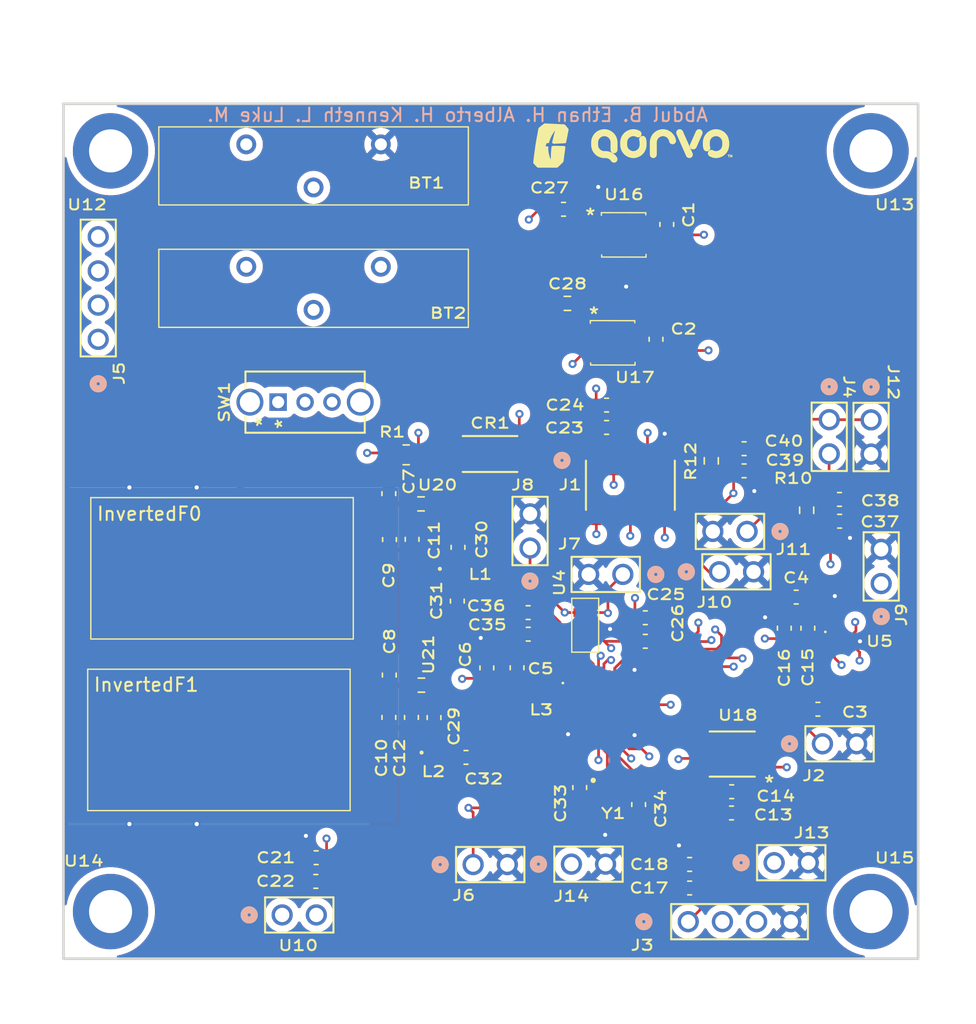
<source format=kicad_pcb>
(kicad_pcb (version 20241229) (generator "pcbnew") (generator_version "9.0")
  (layers (0 "F.Cu" signal) (4 "In1.Cu" power) (6 "In2.Cu" signal) (8 "In3.Cu" signal) (10 "In4.Cu" power) (2 "B.Cu" signal) (13 "F.Paste" user) (15 "B.Paste" user) (5 "F.SilkS" user "F.Silkscreen") (7 "B.SilkS" user "B.Silkscreen") (1 "F.Mask" user) (3 "B.Mask" user) (25 "Edge.Cuts" user))
  (net 0 "")
  (net 1 "Net-(BT1-Pad1_2)")
  (net 2 "GND")
  (net 3 "Net-(BT2-Pad1_2)")
  (net 4 "/V_Source2")
  (net 5 "/JTAG_TMS")
  (net 6 "/JTAG_TCK")
  (net 7 "/JTAG_TDO")
  (net 8 "/JTAG_TDI")
  (net 9 "/JTAG_nRESET")
  (net 10 "/V_Source1")
  (net 11 "/DB_GPIO")
  (net 12 "Net-(U5-IN-)")
  (net 13 "Net-(U3-LXL_GPIO20)")
  (net 14 "Net-(U3-LXH_GPIO19)")
  (net 15 "Net-(U5-VO+)")
  (net 16 "Net-(U5-VO-)")
  (net 17 "/X32MN_CRYSTAL")
  (net 18 "Net-(C38-Pad1)")
  (net 19 "Net-(U3-VDDANA)")
  (net 20 "/ULT_SEN_QPG_RX")
  (net 21 "Net-(U3-VDDCORE)")
  (net 22 "/RF0")
  (net 25 "/GNDRF0")
  (net 26 "/ULT_SEN_QPG_TX")
  (net 27 "/MIC_DATA")
  (net 28 "/RF1")
  (net 30 "/GNDRF1")
  (net 33 "+5V")
  (net 34 "+3.3V")
  (net 35 "unconnected-(SW1-Pad1)")
  (net 40 "+6V")
  (net 41 "/MIC_CLOCK")
  (net 42 "/DAC_OUT")
  (net 43 "/DAC_SYNC")
  (net 45 "Net-(InvertedF0-RF)")
  (net 46 "Net-(C7-Pad2)")
  (net 47 "Net-(C10-Pad1)")
  (net 48 "Net-(InvertedF1-RF)")
  (net 49 "Net-(C11-Pad1)")
  (net 50 "Net-(C10-Pad2)")
  (net 51 "Net-(C29-Pad1)")
  (net 52 "Net-(C30-Pad1)")
  (net 53 "Net-(C40-Pad1)")
  (net 54 "/X32MP_CRYSTAL")
  (net 56 "/AUDIO_AMP_SHUTDOWN")
  (net 57 "/DAC_MOSI")
  (net 58 "/DAC_SCLK")
  (net 59 "Net-(U5-IN+)")
  (footprint "Capacitor_SMD:C_0603_1608Metric" (layer "F.Cu") (at 139.277 97.08 -90)
    (property "Reference" "C10")
    (property "Value" "600S180FT250XT")
  )
  (footprint "MountingHole:MountingHole_3.2mm_M3_DIN965_Pad_TopBottom" (layer "F.Cu") (at 175.1 55)
    (property "Reference" "U13")
    (property "Value" "~")
  )
  (footprint "Resistor_SMD:R_0603_1608Metric" (layer "F.Cu") (at 141.671 81.221)
    (property "Reference" "U20")
    (property "Value" "DNP")
  )
  (footprint "Resistor_SMD:R_0603_1608Metric" (layer "F.Cu") (at 163.2343 78.0217 90)
    (property "Reference" "R12")
    (property "Value" "RC0603JR-070RL")
  )
  (footprint "8Q_32_000MEEV_T:XTAL_8Q-32.000MEEV-T" (layer "F.Cu") (at 155.511 101.755)
    (property "Reference" "Y1")
    (property "Value" "8Q-32.000MEEV-T")
  )
  (footprint "Capacitor_SMD:C_0603_1608Metric" (layer "F.Cu") (at 155.455 75.543 180)
    (property "Reference" "C23")
    (property "Value" "CL10B104JB8NNNC")
  )
  (footprint "Resistor_SMD:R_0603_1608Metric" (layer "F.Cu") (at 152.542 66.328 180)
    (property "Reference" "C28")
    (property "Value" "CL10A475KP8NNNC")
  )
  (footprint "Capacitor_SMD:C_0603_1608Metric" (layer "F.Cu") (at 144.365 88.442 -90)
    (property "Reference" "C31")
    (property "Value" "600S2R2AT250XT4K")
  )
  (footprint "Capacitor_SMD:C_0603_1608Metric" (layer "F.Cu") (at 145.009 100.049)
    (property "Reference" "C32")
    (property "Value" "600S2R2AT250XT4K")
  )
  (footprint "Capacitor_SMD:C_0603_1608Metric" (layer "F.Cu") (at 172.769 82.508)
    (property "Reference" "C37")
    (property "Value" "DNP")
  )
  (footprint "Capacitor_SMD:C_0603_1608Metric" (layer "F.Cu") (at 168.6583 90.4517 -90)
    (property "Reference" "C16")
    (property "Value" "CL10B105KP8NNNC")
  )
  (footprint "Speaker Header:CONN_SD-4030-0001_02_MOL" (layer "F.Cu") (at 156.662 86.458 180)
    (property "Reference" "J7")
    (property "Value" "22032021")
  )
  (footprint "Capacitor_SMD:C_0603_1608Metric" (layer "F.Cu") (at 169.542 88.142)
    (property "Reference" "C4")
    (property "Value" "CL10B105KP8NNNC")
  )
  (footprint "DAC6551AQDGKRQ1:DGK8_TEX" (layer "F.Cu") (at 164.789 99.801 180)
    (property "Reference" "U18")
    (property "Value" "DAC6551AQDGKRQ1")
  )
  (footprint "Capacitor_SMD:C_0603_1608Metric" (layer "F.Cu") (at 153.459 102.29 -90)
    (property "Reference" "C33")
    (property "Value" "DNP")
  )
  (footprint "Speaker Header:CONN_SD-4030-0001_02_MOL" (layer "F.Cu") (at 171.494 99.04)
    (property "Reference" "J2")
    (property "Value" "22032021")
  )
  (footprint "Capacitor_SMD:C_0603_1608Metric" (layer "F.Cu") (at 157.836 103.552 -90)
    (property "Reference" "C34")
    (property "Value" "DNP")
  )
  (footprint "Speaker Header:CONN_SD-4030-0001_02_MOL" (layer "F.Cu") (at 149.768 84.501 90)
    (property "Reference" "J8")
    (property "Value" "22032021")
  )
  (footprint "MountingHole:MountingHole_3.2mm_M3_DIN965_Pad_TopBottom" (layer "F.Cu") (at 118.6 55)
    (property "Reference" "U12")
    (property "Value" "~")
  )
  (footprint "MountingHole:MountingHole_3.2mm_M3_DIN965_Pad_TopBottom" (layer "F.Cu") (at 118.6 111.5)
    (property "Reference" "U14")
    (property "Value" "~")
  )
  (footprint "Resistor_SMD:R_0603_1608Metric" (layer "F.Cu") (at 170.321 81.693 90)
    (property "Reference" "R10")
    (property "Value" "RC0603JR-070RL")
  )
  (footprint "Speaker Header:CONN_SD-4030-0001_02_MOL" (layer "F.Cu") (at 171.997 74.966 -90)
    (property "Reference" "J4")
    (property "Value" "22032021")
  )
  (footprint "Capacitor_SMD:C_0603_1608Metric" (layer "F.Cu") (at 164.737 104.177)
    (property "Reference" "C13")
    (property "Value" "CL10B104JB8NNNC")
  )
  (footprint "22032041:CONN_SD-4030-0001_04_MOL" (layer "F.Cu") (at 161.5219 112.25)
    (property "Reference" "J3")
    (property "Value" "22032041")
  )
  (footprint "Speaker Header:CONN_SD-4030-0001_02_MOL" (layer "F.Cu") (at 167.904 107.87)
    (property "Reference" "J13")
    (property "Value" "22032021")
  )
  (footprint "Capacitor_SMD:C_0603_1608Metric" (layer "F.Cu") (at 149.627 89.294 180)
    (property "Reference" "C36")
    (property "Value" "CL10A475KP8NNNC")
  )
  (footprint "Team_Names:Untitled" (layer "F.Cu") (at 160.118 44.043)
    (property "Reference" "TeamNames2" (hide yes))
    (property "Value" "~" (hide yes))
  )
  (footprint "Inductor 2.9 nH:Untitled" (layer "F.Cu") (at 143.417 86.394)
    (property "Reference" "L1")
    (property "Value" "MHQ0402PSA2N9ST000")
  )
  (footprint "Capacitor_SMD:C_0603_1608Metric" (layer "F.Cu") (at 161.625 108)
    (property "Reference" "C18")
    (property "Value" "CL10B105KP8NNNC")
  )
  (footprint "Capacitor_SMD:C_0603_1608Metric" (layer "F.Cu") (at 172.76 80.889)
    (property "Reference" "C38")
    (property "Value" "DNP")
  )
  (footprint "Speaker Header:CONN_SD-4030-0001_02_MOL" (layer "F.Cu") (at 163.833 86.264)
    (property "Reference" "J10")
    (property "Value" "22032021")
  )
  (footprint "Capacitor_SMD:C_0603_1608Metric" (layer "F.Cu") (at 146.5583 93.4017 -90)
    (property "Reference" "C6")
    (property "Value" "CL10B105KP8NNNC")
  )
  (footprint "Antenna:InvertedF" (layer "F.Cu") (at 126.6333 86.2542 180)
    (property "Reference" "InvertedF0")
    (property "Value" "~")
  )
  (footprint "Capacitor_SMD:C_0603_1608Metric" (layer "F.Cu") (at 133.875 107.5)
    (property "Reference" "C21")
    (property "Value" "CL10B104JB8NNNC")
  )
  (footprint "Inductor 3.3 uH:INDC1608X95N" (layer "F.Cu") (at 148.148 96.553)
    (property "Reference" "L3")
    (property "Value" "~")
  )
  (footprint "Capacitor_SMD:C_0603_1608Metric" (layer "F.Cu") (at 149.634 90.897 180)
    (property "Reference" "C35")
    (property "Value" "CL10A225KO8NNNC")
  )
  (footprint "Capacitor_SMD:C_0603_1608Metric" (layer "F.Cu") (at 152.255 59.338 180)
    (property "Reference" "C27")
    (property "Value" "CL10A475KP8NNNC")
  )
  (footprint "Capacitor_SMD:C_0603_1608Metric" (layer "F.Cu") (at 139.309 93.935 -90)
    (property "Reference" "C8")
    (property "Value" "600S180FT250XT")
  )
  (footprint "Capacitor_SMD:C_0603_1608Metric" (layer "F.Cu") (at 165.671 77.12)
    (property "Reference" "C40")
    (property "Value" "DNP")
  )
  (footprint "LDO40LPU33RY:DFN6_3X3_STM" (layer "F.Cu") (at 155.917 69.267999)
    (property "Reference" "U17")
    (property "Value" "LDO40LPU33RY")
  )
  (footprint "Capacitor_SMD:C_0603_1608Metric" (layer "F.Cu") (at 164.75 102.598)
    (property "Reference" "C14")
    (property "Value" "CL10B105KP8NNNC")
  )
  (footprint "TPA2034D1:YZF9" (layer "F.Cu") (at 172.4083 91.4267)
    (property "Reference" "U5")
    (property "Value" "~")
  )
  (footprint "Capacitor_SMD:C_0603_1608Metric" (layer "F.Cu") (at 141.005 83.853 90)
    (property "Reference" "C11")
    (property "Value" "600S1R8BT250XT")
  )
  (footprint "Capacitor_SMD:C_0603_1608Metric" (layer "F.Cu") (at 159.127 68.993 90)
    (property "Reference" "C2")
    (property "Value" "CL10A106KP8NNNC")
  )
  (footprint "22032041:CONN_SD-4030-0001_04_MOL" (layer "F.Cu") (at 117.6833 68.9967 90)
    (property "Reference" "J5")
    (property "Value" "22032041")
  )
  (footprint "Speaker Header:CONN_SD-4030-0001_02_MOL" (layer "F.Cu") (at 175.106 74.981 -90)
    (property "Reference" "J12")
    (property "Value" "22032021")
  )
  (footprint "1775485-1:BAT_1775485-1" (layer "F.Cu") (at 133.6833 56.1167 180)
    (property "Reference" "BT1")
    (property "Value" "1775485-1")
  )
  (footprint "Antenna:InvertedF" (layer "F.Cu") (at 126.4 99 180)
    (property "Reference" "InvertedF1")
    (property "Value" "~")
  )
  (footprint "Capacitor_SMD:C_0603_1608Metric" (layer "F.Cu") (at 170.4083 90.4517 -90)
    (property "Reference" "C15")
    (property "Value" "CL10B104JB8NNNC")
  )
  (footprint "Speaker Header:CONN_SD-4030-0001_02_MOL" (layer "F.Cu") (at 131.35 111.75)
    (property "Reference" "U10")
    (property "Value" "22032021")
  )
  (footprint "Capacitor_SMD:C_0603_1608Metric" (layer "F.Cu") (at 144.416 84.448 90)
    (property "Reference" "C30")
    (property "Value" "600S1R5BT250XT4K")
  )
  (footprint "Diode CMS11:M-FLAT_TOS-M" (layer "F.Cu") (at 144.6253 77.515)
    (property "Reference" "CR1")
    (property "Value" "CMS11TE12L_Q_M")
  )
  (footprint "Capacitor_SMD:C_0603_1608Metric" (layer "F.Cu") (at 155.455 73.881 180)
    (property "Reference" "C24")
    (property "Value" "CL10B105KP8NNNC")
  )
  (footprint "Resistor_SMD:R_0805_2012Metric" (layer "F.Cu") (at 140.5658 77.5767)
    (property "Reference" "R1")
    (property "Value" "CRCW08051R00FKEAHP")
  )
  (footprint "Capacitor_SMD:C_0603_1608Metric" (layer "F.Cu") (at 139.325 83.869 -90)
    (property "Reference" "C9")
    (property "Value" "600S180FT250XT")
  )
  (footprint "Capacitor_SMD:C_0603_1608Metric" (layer "F.Cu") (at 133.85 109.26)
    (property "Reference" "C22")
    (property "Value" "CL10B105KP8NNNC")
  )
  (footprint "Capacitor_SMD:C_0603_1608Metric" (layer "F.Cu") (at 158.3333 89.6767 180)
    (property "Reference" "C25")
    (property "Value" "CL10B104JB8NNNC")
  )
  (footprint "Capacitor_SMD:C_0603_1608Metric" (layer "F.Cu") (at 165.67 78.765)
    (property "Reference" "C39")
    (property "Value" "DNP")
  )
  (footprint "Speaker Header:CONN_SD-4030-0001_02_MOL" (layer "F.Cu") (at 165.8911 83.266 180)
    (property "Reference" "J11")
    (property "Value" "22032021")
  )
  (footprint "Resistor_SMD:R_0603_1608Metric" (layer "F.Cu") (at 141.696 94.682)
    (property "Reference" "U21")
    (property "Value" "DNP")
  )
  (footprint "Capacitor_SMD:C_0603_1608Metric" (layer "F.Cu") (at 161.625 109.75)
    (property "Reference" "C17")
    (property "Value" "CL10B104JB8NNNC")
  )
  (footprint "Capacitor_SMD:C_0603_1608Metric" (layer "F.Cu") (at 140.956 97.081 90)
    (property "Reference" "C12")
    (property "Value" "600S1R8BT250XT")
  )
  (footprint "MountingHole:MountingHole_3.2mm_M3_DIN965_Pad_TopBottom" (layer "F.Cu") (at 175.1 111.5)
    (property "Reference" "U15")
    (property "Value" "~")
  )
  (footprint "LDO40LPU33RY:DFN6_3X3_STM" (layer "F.Cu") (at 156.737 61.248)
    (property "Reference" "U16")
    (property "Value" "LDO40LPU55RY")
  )
  (footprint "Power Switch:SPDT_OS102011_CNK" (layer "F.Cu") (at 131.0533 73.662499 90)
    (property "Reference" "SW1")
    (property "Value" "OS102011MS2QN1")
  )
  (footprint "Speaker Header:CONN_SD-4030-0001_02_MOL" (layer "F.Cu") (at 175.858 87.137 90)
    (property "Reference" "J9")
    (property "Value" "22032021")
  )
  (footprint "Capacitor_SMD:C_0603_1608Metric" (layer "F.Cu") (at 139.275 80.458 -90)
    (property "Reference" "C7")
    (property "Value" "600S180FT250XT")
  )
  (footprint "Speaker Header:CONN_SD-4030-0001_02_MOL" (layer "F.Cu") (at 145.5399 108.009)
    (property "Reference" "J6")
    (property "Value" "22032021")
  )
  (footprint "QPG6200L:QPG6200LSR" (layer "F.Cu") (at 153.0333 94.5267)
    (property "Reference" "U3" (hide yes))
    (property "Value" "~" (hide yes))
  )
  (footprint "Inductor 2.9 nH:Untitled" (layer "F.Cu") (at 142.0585 100.039)
    (property "Reference" "L2")
    (property "Value" "MHQ0402PSA2N9ST000")
  )
  (footprint "Speaker Header:CONN_SD-4030-0001_02_MOL" (layer "F.Cu") (at 152.84 107.978)
    (property "Reference" "J14")
    (property "Value" "22032021")
  )
  (footprint "Capacitor_SMD:C_0603_1608Metric" (layer "F.Cu") (at 148.802 93.391 -90)
    (property "Reference" "C5")
    (property "Value" "CL10B104JB8NNNC")
  )
  (footprint "Capacitor_SMD:C_0603_1608Metric" (layer "F.Cu") (at 171.156 96.472)
    (property "Reference" "C3")
    (property "Value" "CL10B105KP8NNNC")
  )
  (footprint "Capacitor_SMD:C_0603_1608Metric" (layer "F.Cu") (at 142.633 97.091 90)
    (property "Reference" "C29")
    (property "Value" "600S1R5BT250XT4K")
  )
  (footprint "Capacitor_SMD:C_0603_1608Metric" (layer "F.Cu") (at 158.3333 91.4267 180)
    (property "Reference" "C26")
    (property "Value" "CL10B105KP8NNNC")
  )
  (footprint "1775485-1:BAT_1775485-1" (layer "F.Cu") (at 133.6833 65.2067 180)
    (property "Reference" "BT2")
    (property "Value" "1775485-1")
  )
  (footprint "GRPB052VWQS-RC:CONN_GRPB052_SUL" (layer "F.Cu") (at 154.6833 77.9867)
    (property "Reference" "J1")
    (property "Value" "GRPB052VWQS-RC")
  )
  (footprint "SPG08P4HM4H-1:SPG08P4HM4H-1" (layer "F.Cu") (at 154.4516 91.1694)
    (property "Reference" "U4")
    (property "Value" "~")
  )
  (footprint "Capacitor_SMD:C_0603_1608Metric" (layer "F.Cu") (at 159.927 60.463 -90)
    (property "Reference" "C1")
    (property "Value" "CL10A106KP8NNNC")
  )
  (gr_poly (pts (xy 158.002116 53.757995) (xy 158.002116 53.710598) (xy 157.971915 53.629293) (xy 157.909355 53.562745) (xy 157.679917 53.468612) (xy 157.503387 53.438564) (xy 157.397697 53.438564) (xy 157.257159 53.457462) (xy 157.082534 53.511615) (xy 156.924622 53.597314) (xy 156.786954 53.710878) (xy 156.673391 53.848546) (xy 156.587691 54.006457) (xy 156.533538 54.181057) (xy 156.514793 54.321618) (xy 156.516779 54.601618) (xy 156.533538 54.741782) (xy 156.587691 54.916242) (xy 156.673391 55.074164) (xy 156.786954 55.211832) (xy 156.924622 55.32538) (xy 157.082534 55.411095) (xy 157.257159 55.465253) (xy 157.397697 55.48413) (xy 157.491245 55.48413) (xy 157.631834 55.465116) (xy 157.806434 55.410958) (xy 157.96432 55.325243) (xy 158.102014 55.211832) (xy 158.215577 55.074164) (xy 158.301277 54.916242) (xy 158.35543 54.741782) (xy 158.374429 54.601221) (xy 158.374429 54.331953) (xy 158.362059 54.222129) (xy 158.336024 54.104857) (xy 158.298229 54.020783) (xy 158.253042 53.975038) (xy 158.195283 53.944989) (xy 158.145549 53.934245) (xy 158.108618 53.934245) (xy 158.047455 53.950654) (xy 157.980881 53.995586) (xy 157.936101 54.062134) (xy 157.919693 54.12317) (xy 157.919693 54.167761) (xy 157.932926 54.21743) (xy 157.955938 54.327544) (xy 157.955938 54.580137) (xy 157.945448 54.657444) (xy 157.915705 54.753357) (xy 157.868588 54.840311) (xy 157.806155 54.915968) (xy 157.730513 54.978391) (xy 157.643544 55.025518) (xy 157.547633 55.055287) (xy 157.418805 55.072741) (xy 157.341462 55.055287) (xy 157.24545 55.025518) (xy 157.158607 54.978391) (xy 157.082966 54.915968) (xy 157.02038 54.840311) (xy 156.973263 54.753357) (xy 156.943494 54.657444) (xy 156.933157 54.580137) (xy 156.933157 54.342703) (xy 156.943494 54.265385) (xy 156.973263 54.169348) (xy 157.02038 54.08253) (xy 157.082966 54.006864) (xy 157.158607 53.944456) (xy 157.24545 53.897314) (xy 157.341462 53.867418) (xy 157.418805 53.85708) (xy 157.466734 53.85708) (xy 157.573135 53.873336) (xy 157.671662 53.909582) (xy 157.689823 53.91964) (xy 157.767166 53.94692) (xy 157.813317 53.94692) (xy 157.874379 53.930384) (xy 157.940775 53.885604) (xy 157.98558 53.819056)) (stroke (width 0.1)) (fill yes) (layer "F.SilkS"))
  (gr_line (start 159.691038 53.856953) (end 159.826648 53.889744) (stroke (width 0.02)) (layer "F.SilkS"))
  (gr_line (start 162.330936 53.438564) (end 162.251155 53.453855) (stroke (width 0.02)) (layer "F.SilkS"))
  (gr_line (start 160.549405 54.132975) (end 160.452835 53.905721) (stroke (width 0.02)) (layer "F.SilkS"))
  (gr_line (start 161.969342 54.826943) (end 162.038099 54.782846) (stroke (width 0.02)) (layer "F.SilkS"))
  (gr_line (start 164.756006 55.323096) (end 164.754506 55.355401) (stroke (width 0.01)) (layer "F.SilkS"))
  (gr_line (start 155.279926 55.065759) (end 155.280341 55.065759) (stroke (width 0.02)) (layer "F.SilkS"))
  (gr_line (start 159.118166 55.356109) (end 159.134702 55.295065) (stroke (width 0.02)) (layer "F.SilkS"))
  (gr_line (start 164.628544 55.304024) (end 164.641218 55.290377) (stroke (width 0.02)) (layer "F.SilkS"))
  (gr_line (start 164.583611 55.31904) (end 164.548762 55.31904) (stroke (width 0.02)) (layer "F.SilkS"))
  (gr_line (start 158.925533 55.48413) (end 158.945802 55.48413) (stroke (width 0.02)) (layer "F.SilkS"))
  (gr_line (start 160.819509 53.448089) (end 160.800916 53.456344) (stroke (width 0.02)) (layer "F.SilkS"))
  (gr_line (start 163.045463 55.103519) (end 163.029055 55.164563) (stroke (width 0.02)) (layer "F.SilkS"))
  (gr_line (start 157.919693 54.153219) (end 157.919693 54.143567) (stroke (width 0.02)) (layer "F.SilkS"))
  (gr_line (start 164.098141 54.579862) (end 164.087676 54.65717) (stroke (width 0.02)) (layer "F.SilkS"))
  (gr_line (start 156.933157 54.368608) (end 156.933157 54.554371) (stroke (width 0.02)) (layer "F.SilkS"))
  (gr_line (start 164.515412 55.31904) (end 164.515133 55.31904) (stroke (width 0.02)) (layer "F.SilkS"))
  (gr_line (start 159.645953 53.856953) (end 159.691038 53.856953) (stroke (width 0.02)) (layer "F.SilkS"))
  (gr_line (start 154.375659 54.181057) (end 154.356779 54.321618) (stroke (width 0.02)) (layer "F.SilkS"))
  (gr_line (start 163.085672 54.265106) (end 163.11544 54.169195) (stroke (width 0.02)) (layer "F.SilkS"))
  (gr_line (start 156.156084 55.763185) (end 156.200443 55.69635) (stroke (width 0.02)) (layer "F.SilkS"))
  (gr_line (start 160.695227 53.737878) (end 161.409983 55.354181) (stroke (width 0.02)) (layer "F.SilkS"))
  (gr_line (start 164.639136 55.468834) (end 164.628544 55.457534) (stroke (width 0.02)) (layer "F.SilkS"))
  (gr_line (start 164.628544 55.308708) (end 164.628544 55.304024) (stroke (width 0.02)) (layer "F.SilkS"))
  (gr_line (start 157.945448 54.657444) (end 157.955938 54.580137) (stroke (width 0.02)) (layer "F.SilkS"))
  (gr_line (start 156.087182 55.809487) (end 156.105924 55.80163) (stroke (width 0.02)) (layer "F.SilkS"))
  (gr_line (start 152.207277 55.738655) (end 152.286081 55.105784) (stroke (width 0.015)) (layer "F.SilkS"))
  (gr_line (start 163.029055 55.184962) (end 163.029055 55.211969) (stroke (width 0.02)) (layer "F.SilkS"))
  (gr_line (start 158.732747 55.356109) (end 158.777527 55.42267) (stroke (width 0.02)) (layer "F.SilkS"))
  (gr_line (start 164.476245 55.291619) (end 164.480284 55.291619) (stroke (width 0.02)) (layer "F.SilkS"))
  (gr_line (start 157.082534 55.411095) (end 156.924622 55.32538) (stroke (width 0.02)) (layer "F.SilkS"))
  (gr_line (start 154.775289 54.58) (end 154.775289 54.554508) (stroke (width 0.02)) (layer "F.SilkS"))
  (gr_line (start 158.215577 55.074164) (end 158.102014 55.211832) (stroke (width 0.02)) (layer "F.SilkS"))
  (gr_line (start 164.690291 55.430249) (end 164.657906 55.357351) (stroke (width 0.02)) (layer "F.SilkS"))
  (gr_line (start 156.208317 55.554961) (end 156.200595 55.536221) (stroke (width 0.02)) (layer "F.SilkS"))
  (gr_line (start 163.948205 54.00661) (end 164.010765 54.082251) (stroke (width 0.02)) (layer "F.SilkS"))
  (gr_line (start 152.298862 53.07815) (end 150.870251 53.009479) (stroke (width 0.015)) (layer "F.SilkS"))
  (gr_line (start 161.437567 54.375497) (end 161.306376 54.078797) (stroke (width 0.02)) (layer "F.SilkS"))
  (gr_line (start 164.774594 55.468834) (end 164.771165 55.468834) (stroke (width 0.02)) (layer "F.SilkS"))
  (gr_line (start 155.387 55.065759) (end 155.279926 55.065759) (stroke (width 0.02)) (layer "F.SilkS"))
  (gr_curve (pts (xy 150.874326 54.711902) (xy 150.862207 54.712494) (xy 150.853676 54.703091) (xy 150.856009 54.69167)) (stroke (width 0.015)) (layer "F.SilkS"))
  (gr_line (start 155.279926 55.484268) (end 155.279926 55.484684) (stroke (width 0.02)) (layer "F.SilkS"))
  (gr_poly (pts (xy 156.027515 55.125012) (xy 156.088698 55.108477) (xy 156.155119 55.063555) (xy 156.199909 54.996994) (xy 156.216445 54.93581) (xy 156.216445 54.321618) (xy 156.197425 54.181057) (xy 156.143267 54.00661) (xy 156.057555 53.848546) (xy 155.944004 53.710878) (xy 155.806476 53.597314) (xy 155.648552 53.511615) (xy 155.473955 53.457462) (xy 155.333396 53.438564) (xy 155.239828 53.438564) (xy 155.099266 53.457462) (xy 154.924669 53.511615) (xy 154.766745 53.597314) (xy 154.629082 53.710878) (xy 154.515529 53.848546) (xy 154.429814 54.00661) (xy 154.375659 54.181057) (xy 154.356779 54.321618) (xy 154.356779 54.601084) (xy 154.375384 54.740954) (xy 154.429126 54.914863) (xy 154.514152 55.072373) (xy 154.626877 55.209627) (xy 154.76344 55.323176) (xy 154.92026 55.409302) (xy 155.093615 55.464148) (xy 155.233351 55.483853) (xy 155.419385 55.48413) (xy 155.516949 55.499426) (xy 155.638079 55.546279) (xy 155.744048 55.622624) (xy 155.811162 55.697727) (xy 155.833485 55.733585) (xy 155.877858 55.780823) (xy 155.941663 55.814996) (xy 156.013595 55.825334) (xy 156.070093 55.816515) (xy 156.105924 55.80163) (xy 156.156084 55.763185) (xy 156.200443 55.69635) (xy 156.216445 55.617663) (xy 156.208317 55.554961) (xy 156.183509 55.503561) (xy 156.150161 55.450369) (xy 156.029031 55.315873) (xy 155.838307 55.178759) (xy 155.620576 55.093869) (xy 155.445293 55.065343) (xy 155.254849 55.066702) (xy 155.178367 55.054182) (xy 155.083419 55.023727) (xy 154.997705 54.976186) (xy 154.923016 54.913763) (xy 154.861279 54.838381) (xy 154.81484 54.751978) (xy 154.785488 54.656756) (xy 154.775289 54.567254) (xy 154.775289 54.342703) (xy 154.785627 54.265385) (xy 154.815391 54.169475) (xy 154.862521 54.08253) (xy 154.925083 54.006864) (xy 155.000735 53.944304) (xy 155.087555 53.897187) (xy 155.183602 53.867418) (xy 155.26091 53.85708) (xy 155.312451 53.85708) (xy 155.389759 53.867418) (xy 155.485669 53.897187) (xy 155.572623 53.944304) (xy 155.648277 54.006864) (xy 155.7107 54.08253) (xy 155.757833 54.169475) (xy 155.787596 54.265385) (xy 155.798071 54.342703) (xy 155.798071 54.936087) (xy 155.814467 54.997268) (xy 155.859255 55.063692) (xy 155.925815 55.108477) (xy 155.986862 55.125012)) (stroke (width 0.1)) (fill yes) (layer "F.SilkS"))
  (gr_line (start 162.526872 53.718726) (end 162.537108 53.654642) (stroke (width 0.02)) (layer "F.SilkS"))
  (gr_line (start 157.02038 54.08253) (end 156.973263 54.169348) (stroke (width 0.02)) (layer "F.SilkS"))
  (gr_line (start 163.689658 55.05515) (end 163.612366 55.06562) (stroke (width 0.02)) (layer "F.SilkS"))
  (gr_line (start 160.35728 54.461211) (end 160.377574 54.461211) (stroke (width 0.02)) (layer "F.SilkS"))
  (gr_line (start 156.150161 55.450369) (end 156.029031 55.315873) (stroke (width 0.02)) (layer "F.SilkS"))
  (gr_line (start 164.057907 54.169195) (end 164.087676 54.265106) (stroke (width 0.02)) (layer "F.SilkS"))
  (gr_line (start 150.856009 54.69167) (end 150.955115 54.397834) (stroke (width 0.015)) (layer "F.SilkS"))
  (gr_line (start 156.514641 54.601221) (end 156.514641 54.554371) (stroke (width 0.02)) (layer "F.SilkS"))
  (gr_line (start 159.284104 53.511462) (end 159.126167 53.597187) (stroke (width 0.02)) (layer "F.SilkS"))
  (gr_line (start 157.44456 55.065759) (end 157.470341 55.065759) (stroke (width 0.02)) (layer "F.SilkS"))
  (gr_line (start 163.075334 54.368334) (end 163.075334 54.342426) (stroke (width 0.02)) (layer "F.SilkS"))
  (gr_line (start 164.443479 54.916105) (end 164.497632 54.741505) (stroke (width 0.02)) (layer "F.SilkS"))
  (gr_line (start 158.253042 53.975038) (end 158.298229 54.020783) (stroke (width 0.02)) (layer "F.SilkS"))
  (gr_line (start 156.105924 55.80163) (end 156.156084 55.763185) (stroke (width 0.02)) (layer "F.SilkS"))
  (gr_line (start 164.649756 55.307944) (end 164.701256 55.427249) (stroke (width 0.01)) (layer "F.SilkS"))
  (gr_line (start 154.356779 54.368608) (end 154.356779 54.554508) (stroke (width 0.02)) (layer "F.SilkS"))
  (gr_line (start 158.35543 54.741782) (end 158.301277 54.916242) (stroke (width 0.02)) (layer "F.SilkS"))
  (gr_line (start 164.642742 55.468834) (end 164.639136 55.468834) (stroke (width 0.02)) (layer "F.SilkS"))
  (gr_line (start 163.111453 54.769478) (end 163.106779 54.740266) (stroke (width 0.02)) (layer "F.SilkS"))
  (gr_line (start 164.098141 54.368334) (end 164.098141 54.554092) (stroke (width 0.02)) (layer "F.SilkS"))
  (gr_line (start 162.65697 54.554092) (end 162.65697 54.590612) (stroke (width 0.02)) (layer "F.SilkS"))
  (gr_line (start 157.689823 53.91964) (end 157.671662 53.909582) (stroke (width 0.02)) (layer "F.SilkS"))
  (gr_line (start 161.838582 54.234245) (end 161.76952 54.390244) (stroke (width 0.02)) (layer "F.SilkS"))
  (gr_line (start 157.697417 53.923907) (end 157.689823 53.91964) (stroke (width 0.02)) (layer "F.SilkS"))
  (gr_poly (pts (xy 163.090218 55.036956) (xy 163.156792 54.99217) (xy 163.21798 54.975775) (xy 163.262202 54.975775) (xy 163.337602 55.000852) (xy 163.359636 55.013477) (xy 163.458036 55.049221) (xy 163.554479 55.06562) (xy 163.612366 55.06562) (xy 163.689658 55.05515) (xy 163.785721 55.025381) (xy 163.872538 54.978254) (xy 163.994144 54.877933) (xy 164.010765 54.840035) (xy 164.057907 54.75322) (xy 164.087676 54.65717) (xy 164.098141 54.579862) (xy 164.098141 54.342426) (xy 164.087676 54.265106) (xy 164.057907 54.169195) (xy 164.010765 54.082251) (xy 163.948205 54.00661) (xy 163.872538 53.944177) (xy 163.785721 53.897034) (xy 163.689658 53.867291) (xy 163.612366 53.856953) (xy 163.560829 53.856953) (xy 163.483537 53.867291) (xy 163.387627 53.897034) (xy 163.300657 53.944177) (xy 163.225016 54.00661) (xy 163.162583 54.082251) (xy 163.11544 54.169195) (xy 163.085672 54.265106) (xy 163.075334 54.342426) (xy 163.075334 54.591618) (xy 163.098245 54.705265) (xy 163.111453 54.769478) (xy 163.111453 54.799522) (xy 163.094917 54.860568) (xy 163.050162 54.927129) (xy 162.983716 54.971914) (xy 162.912393 54.988449) (xy 162.835837 54.977565) (xy 162.77823 54.947522) (xy 162.732891 54.901772) (xy 162.70838 54.859054) (xy 162.669112 54.700441) (xy 162.65697 54.590612) (xy 162.65697 54.321344) (xy 162.675843 54.180778) (xy 162.729995 54.00633) (xy 162.81572 53.848393) (xy 162.929284 53.710878) (xy 163.066799 53.597314) (xy 163.224737 53.511615) (xy 163.399336 53.457462) (xy 163.539874 53.438564) (xy 163.633473 53.438564) (xy 163.774012 53.457309) (xy 163.948611 53.511462) (xy 164.106548 53.597187) (xy 164.244191 53.710725) (xy 164.357754 53.848393) (xy 164.443479 54.00633) (xy 164.516657 54.321481) (xy 164.516657 54.600947) (xy 164.470556 54.828805) (xy 164.443479 54.916105) (xy 164.357754 55.074027) (xy 164.244191 55.211695) (xy 164.106548 55.325243) (xy 163.948611 55.410958) (xy 163.774012 55.465116) (xy 163.633473 55.48413) (xy 163.527784 55.48413) (xy 163.351254 55.453953) (xy 163.12179 55.359833) (xy 163.059078 55.293275) (xy 163.029055 55.211969) (xy 163.029055 55.164563) (xy 163.045463 55.103519)) (stroke (width 0.1)) (fill yes) (layer "F.SilkS"))
  (gr_line (start 159.826648 53.889744) (end 159.978896 53.980143) (stroke (width 0.02)) (layer "F.SilkS"))
  (gr_line (start 164.771756 55.452773) (end 164.770756 55.293725) (stroke (width 0.01)) (layer "F.SilkS"))
  (gr_line (start 164.645598 55.319144) (end 164.697098 55.438449) (stroke (width 0.01)) (layer "F.SilkS"))
  (gr_line (start 164.531256 55.304749) (end 164.531256 55.459249) (stroke (width 0.01)) (layer "F.SilkS"))
  (gr_curve (pts (xy 150.955115 54.397834) (xy 150.957344 54.387004) (xy 150.968417 54.378716) (xy 150.9797 54.379447)) (stroke (width 0.015)) (layer "F.SilkS"))
  (gr_line (start 155.26091 53.85708) (end 155.28668 53.85708) (stroke (width 0.02)) (layer "F.SilkS"))
  (gr_line (start 156.197425 54.181057) (end 156.143267 54.00661) (stroke (width 0.02)) (layer "F.SilkS"))
  (gr_line (start 163.333753 54.998647) (end 163.262202 54.975775) (stroke (width 0.02)) (layer "F.SilkS"))
  (gr_line (start 164.516657 55.456846) (end 164.516657 55.45285) (stroke (width 0.02)) (layer "F.SilkS"))
  (gr_line (start 157.940775 53.885604) (end 157.874379 53.930384) (stroke (width 0.02)) (layer "F.SilkS"))
  (gr_line (start 161.608408 55.48413) (end 161.671679 55.474897) (stroke (width 0.02)) (layer "F.SilkS"))
  (gr_curve (pts (xy 151.802252 56.178051) (xy 151.909715 56.076159) (xy 152.075855 55.908452) (xy 152.184538 55.808997)) (stroke (width 0.015)) (layer "F.SilkS"))
  (gr_line (start 155.279926 55.484684) (end 155.387 55.484684) (stroke (width 0.02)) (layer "F.SilkS"))
  (gr_line (start 163.633473 55.48413) (end 163.774012 55.465116) (stroke (width 0.02)) (layer "F.SilkS"))
  (gr_line (start 161.683388 54.62589) (end 161.697028 54.706644) (stroke (width 0.02)) (layer "F.SilkS"))
  (gr_line (start 150.870251 53.009479) (end 150.823658 53.025637) (stroke (width 0.015)) (layer "F.SilkS"))
  (gr_line (start 163.539874 53.438564) (end 163.399336 53.457462) (stroke (width 0.02)) (layer "F.SilkS"))
  (gr_line (start 163.586737 53.856953) (end 163.612366 53.856953) (stroke (width 0.02)) (layer "F.SilkS"))
  (gr_line (start 163.17127 55.387115) (end 163.351254 55.453953) (stroke (width 0.02)) (layer "F.SilkS"))
  (gr_line (start 163.029055 55.164563) (end 163.029055 55.184962) (stroke (width 0.02)) (layer "F.SilkS"))
  (gr_line (start 164.750515 55.306229) (end 164.751607 55.303468) (stroke (width 0.02)) (layer "F.SilkS"))
  (gr_line (start 154.356779 54.321618) (end 154.356779 54.368608) (stroke (width 0.02)) (layer "F.SilkS"))
  (gr_line (start 155.087555 53.897187) (end 155.183602 53.867418) (stroke (width 0.02)) (layer "F.SilkS"))
  (gr_line (start 151.755937 56.19682) (end 151.802252 56.178051) (stroke (width 0.015)) (layer "F.SilkS"))
  (gr_line (start 164.464688 55.301956) (end 164.476245 55.291619) (stroke (width 0.02)) (layer "F.SilkS"))
  (gr_line (start 155.419385 55.48413) (end 155.516949 55.499426) (stroke (width 0.02)) (layer "F.SilkS"))
  (gr_line (start 150.9797 54.379447) (end 151.042346 54.386029) (stroke (width 0.015)) (layer "F.SilkS"))
  (gr_line (start 161.76952 54.390244) (end 161.720599 54.500762) (stroke (width 0.02)) (layer "F.SilkS"))
  (gr_line (start 163.689658 53.867291) (end 163.785721 53.897034) (stroke (width 0.02)) (layer "F.SilkS"))
  (gr_line (start 159.145039 54.265106) (end 159.174808 54.169195) (stroke (width 0.02)) (layer "F.SilkS"))
  (gr_line (start 159.221951 54.082251) (end 159.284485 54.00661) (stroke (width 0.02)) (layer "F.SilkS"))
  (gr_line (start 156.216445 54.321618) (end 156.197425 54.181057) (stroke (width 0.02)) (layer "F.SilkS"))
  (gr_line (start 154.429814 54.00661) (end 154.375659 54.181057) (stroke (width 0.02)) (layer "F.SilkS"))
  (gr_line (start 151.457296 54.387108) (end 151.54404 54.422767) (stroke (width 0.015)) (layer "F.SilkS"))
  (gr_line (start 156.216445 55.617663) (end 156.208317 55.554961) (stroke (width 0.02)) (layer "F.SilkS"))
  (gr_line (start 162.065938 53.720377) (end 161.996901 53.876384) (stroke (width 0.02)) (layer "F.SilkS"))
  (gr_line (start 155.811162 55.697727) (end 155.828663 55.725839) (stroke (width 0.02)) (layer "F.SilkS"))
  (gr_line (start 155.648552 53.511615) (end 155.473955 53.457462) (stroke (width 0.02)) (layer "F.SilkS"))
  (gr_line (start 163.872538 53.944177) (end 163.948205 54.00661) (stroke (width 0.02)) (layer "F.SilkS"))
  (gr_line (start 160.377574 54.461211) (end 160.438738 54.444679) (stroke (width 0.02)) (layer "F.SilkS"))
  (gr_line (start 157.928938 54.205162) (end 157.924265 54.182302) (stroke (width 0.02)) (layer "F.SilkS"))
  (gr_line (start 161.409983 55.354181) (end 161.418416 55.373198) (stroke (width 0.02)) (layer "F.SilkS"))
  (gr_line (start 156.533538 54.181057) (end 156.587691 54.006457) (stroke (width 0.02)) (layer "F.SilkS"))
  (gr_line (start 155.572623 53.944304) (end 155.648277 54.006864) (stroke (width 0.02)) (layer "F.SilkS"))
  (gr_line (start 164.547238 55.320694) (end 164.547238 55.45285) (stroke (width 0.02)) (layer "F.SilkS"))
  (gr_line (start 161.813919 55.26709) (end 161.803429 55.202874) (stroke (width 0.02)) (layer "F.SilkS"))
  (gr_line (start 155.925815 55.108477) (end 155.986862 55.125012) (stroke (width 0.02)) (layer "F.SilkS"))
  (gr_line (start 164.656662 55.357351) (end 164.656662 55.453815) (stroke (width 0.02)) (layer "F.SilkS"))
  (gr_line (start 157.909355 53.562745) (end 157.971915 53.629293) (stroke (width 0.02)) (layer "F.SilkS"))
  (gr_line (start 154.775289 54.368608) (end 154.775289 54.342703) (stroke (width 0.02)) (layer "F.SilkS"))
  (gr_line (start 156.673391 53.848546) (end 156.786954 53.710878) (stroke (width 0.02)) (layer "F.SilkS"))
  (gr_line (start 155.083419 55.023727) (end 154.997705 54.976186) (stroke (width 0.02)) (layer "F.SilkS"))
  (gr_line (start 164.106548 53.597187) (end 163.948611 53.511462) (stroke (width 0.02)) (layer "F.SilkS"))
  (gr_line (start 155.093615 55.464148) (end 155.233351 55.483853) (stroke (width 0.02)) (layer "F.SilkS"))
  (gr_line (start 152.31004 54.685819) (end 151.505595 54.67189) (stroke (width 0.015)) (layer "F.SilkS"))
  (gr_line (start 163.34145 55.003057) (end 163.333753 54.998647) (stroke (width 0.02)) (layer "F.SilkS"))
  (gr_line (start 164.516657 54.321481) (end 164.497632 54.18093) (stroke (width 0.02)) (layer "F.SilkS"))
  (gr_line (start 162.70838 54.859054) (end 162.732891 54.901772) (stroke (width 0.02)) (layer "F.SilkS"))
  (gr_line (start 164.057907 54.75322) (end 164.010765 54.840035) (stroke (width 0.02)) (layer "F.SilkS"))
  (gr_line (start 164.548762 55.31904) (end 164.548331 55.31904) (stroke (width 0.02)) (layer "F.SilkS"))
  (gr_line (start 161.702159 54.542791) (end 161.693574 54.561811) (stroke (width 0.02)) (layer "F.SilkS"))
  (gr_line (start 161.458903 55.424049) (end 161.52822 55.468695) (stroke (width 0.02)) (layer "F.SilkS"))
  (gr_line (start 157.936101 54.062134) (end 157.980881 53.995586) (stroke (width 0.02)) (layer "F.SilkS"))
  (gr_line (start 160.150752 54.285781) (end 160.150879 54.285781) (stroke (width 0.02)) (layer "F.SilkS"))
  (gr_line (start 164.756966 55.457534) (end 164.756966 55.453815) (stroke (width 0.02)) (layer "F.SilkS"))
  (gr_line (start 156.027515 55.125012) (end 156.088698 55.108477) (stroke (width 0.02)) (layer "F.SilkS"))
  (gr_line (start 160.566627 54.252025) (end 160.566627 54.241966) (stroke (width 0.02)) (layer "F.SilkS"))
  (gr_line (start 155.445293 55.065343) (end 155.387 55.065759) (stroke (width 0.02)) (layer "F.SilkS"))
  (gr_line (start 154.356779 54.601084) (end 154.375384 54.740954) (stroke (width 0.02)) (layer "F.SilkS"))
  (gr_line (start 157.341462 53.867418) (end 157.24545 53.897314) (stroke (width 0.02)) (layer "F.SilkS"))
  (gr_line (start 164.645119 55.297201) (end 164.651256 55.351249) (stroke (width 0.01)) (layer "F.SilkS"))
  (gr_line (start 155.178367 55.054182) (end 155.083419 55.023727) (stroke (width 0.02)) (layer "F.SilkS"))
  (gr_line (start 151.070274 54.368234) (end 151.131179 54.371055) (stroke (width 0.015)) (layer "F.SilkS"))
  (gr_curve (pts (xy 151.042346 54.386029) (xy 151.046804 54.375408) (xy 151.058295 54.367677) (xy 151.070274 54.368234)) (stroke (width 0.015)) (layer "F.SilkS"))
  (gr_line (start 150.993246 54.706017) (end 150.874326 54.711902) (stroke (width 0.015)) (layer "F.SilkS"))
  (gr_line (start 161.568733 54.672191) (end 161.437567 54.375497) (stroke (width 0.02)) (layer "F.SilkS"))
  (gr_line (start 164.547238 55.320283) (end 164.547238 55.320694) (stroke (width 0.02)) (layer "F.SilkS"))
  (gr_line (start 164.723616 55.430249) (end 164.722397 55.432868) (stroke (width 0.02)) (layer "F.SilkS"))
  (gr_line (start 157.643544 55.025518) (end 157.730513 54.978391) (stroke (width 0.02)) (layer "F.SilkS"))
  (gr_line (start 155.312451 53.85708) (end 155.389759 53.867418) (stroke (width 0.02)) (layer "F.SilkS"))
  (gr_line (start 155.806476 53.597314) (end 155.648552 53.511615) (stroke (width 0.02)) (layer "F.SilkS"))
  (gr_line (start 164.244191 55.211695) (end 164.357754 55.074027) (stroke (width 0.02)) (layer "F.SilkS"))
  (gr_line (start 160.566627 54.241966) (end 160.563172 54.215093) (stroke (width 0.02)) (layer "F.SilkS"))
  (gr_line (start 160.090935 54.11616) (end 160.14359 54.242093) (stroke (width 0.02)) (layer "F.SilkS"))
  (gr_line (start 156.183509 55.503561) (end 156.181715 55.500805) (stroke (width 0.02)) (layer "F.SilkS"))
  (gr_line (start 163.612366 55.06562) (end 163.586737 55.06562) (stroke (width 0.02)) (layer "F.SilkS"))
  (gr_line (start 163.12179 55.359833) (end 163.138072 55.368789) (stroke (width 0.02)) (layer "F.SilkS"))
  (gr_line (start 164.244191 53.710725) (end 164.106548 53.597187) (stroke (width 0.02)) (layer "F.SilkS"))
  (gr_line (start 162.703402 54.843895) (end 162.70838 54.859054) (stroke (width 0.02)) (layer "F.SilkS"))
  (gr_line (start 162.431368 53.464625) (end 162.4128 53.456344) (stroke (width 0.02)) (layer "F.SilkS"))
  (gr_line (start 163.066799 53.597314) (end 162.929284 53.710878) (stroke (width 0.02)) (layer "F.SilkS"))
  (gr_line (start 157.813317 53.94692) (end 157.793048 53.94692) (stroke (width 0.02)) (layer "F.SilkS"))
  (gr_line (start 164.480284 55.31904) (end 164.476245 55.31904) (stroke (width 0.02)) (layer "F.SilkS"))
  (gr_line (start 154.775289 54.554508) (end 154.775289 54.368608) (stroke (width 0.02)) (layer "F.SilkS"))
  (gr_line (start 163.948611 55.410958) (end 164.106548 55.325243) (stroke (width 0.02)) (layer "F.SilkS"))
  (gr_line (start 163.111453 54.799522) (end 163.111453 54.779265) (stroke (width 0.02)) (layer "F.SilkS"))
  (gr_line (start 164.098141 54.342426) (end 164.098141 54.368334) (stroke (width 0.02)) (layer "F.SilkS"))
  (gr_line (start 162.929284 53.710878) (end 162.81572 53.848393) (stroke (width 0.02)) (layer "F.SilkS"))
  (gr_line (start 155.8288 55.725702) (end 155.83817 55.741135) (stroke (width 0.02)) (layer "F.SilkS"))
  (gr_line (start 158.329115 54.08281) (end 158.336024 54.104857) (stroke (width 0.02)) (layer "F.SilkS"))
  (gr_line (start 162.523443 53.574022) (end 162.480872 53.504858) (stroke (width 0.02)) (layer "F.SilkS"))
  (gr_line (start 157.806434 55.410958) (end 157.631834 55.465116) (stroke (width 0.02)) (layer "F.SilkS"))
  (gr_line (start 159.599115 53.438437) (end 159.458552 53.457309) (stroke (width 0.02)) (layer "F.SilkS"))
  (gr_line (start 154.76344 55.323176) (end 154.92026 55.409302) (stroke (width 0.02)) (layer "F.SilkS"))
  (gr_line (start 157.503387 53.438564) (end 157.679917 53.468612) (stroke (width 0.02)) (layer "F.SilkS"))
  (gr_line (start 164.357754 53.848393) (end 164.244191 53.710725) (stroke (width 0.02)) (layer "F.SilkS"))
  (gr_line (start 163.138072 55.368789) (end 163.17127 55.387115) (stroke (width 0.02)) (layer "F.SilkS"))
  (gr_line (start 158.73521 54.180778) (end 158.716338 54.321344) (stroke (width 0.02)) (layer "F.SilkS"))
  (gr_line (start 154.923016 54.913763) (end 154.861279 54.838381) (stroke (width 0.02)) (layer "F.SilkS"))
  (gr_line (start 162.251155 53.453855) (end 162.182244 53.498229) (stroke (width 0.02)) (layer "F.SilkS"))
  (gr_line (start 161.071807 53.548394) (end 161.03132 53.497695) (stroke (width 0.02)) (layer "F.SilkS"))
  (gr_line (start 162.038099 54.782846) (end 162.078612 54.732135) (stroke (width 0.02)) (layer "F.SilkS"))
  (gr_line (start 156.924622 53.597314) (end 157.082534 53.511615) (stroke (width 0.02)) (layer "F.SilkS"))
  (gr_line (start 157.491245 55.48413) (end 157.44456 55.48413) (stroke (width 0.02)) (layer "F.SilkS"))
  (gr_line (start 151.505595 54.67189) (end 151.408405 54.704206) (stroke (width 0.015)) (layer "F.SilkS"))
  (gr_line (start 154.997705 54.976186) (end 154.923016 54.913763) (stroke (width 0.02)) (layer "F.SilkS"))
  (gr_line (start 155.798071 54.368608) (end 155.798071 54.915831) (stroke (width 0.02)) (layer "F.SilkS"))
  (gr_line (start 161.683236 54.931122) (end 161.568733 54.672191) (stroke (width 0.02)) (layer "F.SilkS"))
  (gr_line (start 158.716338 55.295065) (end 158.732747 55.356109) (stroke (width 0.02)) (layer "F.SilkS"))
  (gr_curve (pts (xy 150.43695 53.352798) (xy 150.267363 54.181479) (xy 150.139249 55.019318) (xy 150.053968 55.863321)) (stroke (width 0.015)) (layer "F.SilkS"))
  (gr_line (start 161.996901 53.876384) (end 161.917653 54.055251) (stroke (width 0.02)) (layer "F.SilkS"))
  (gr_line (start 164.087676 54.65717) (end 164.057907 54.75322) (stroke (width 0.02)) (layer "F.SilkS"))
  (gr_line (start 163.102232 54.717668) (end 163.098245 54.705265) (stroke (width 0.02)) (layer "F.SilkS"))
  (gr_line (start 164.010765 54.840035) (end 163.948205 54.915831) (stroke (width 0.02)) (layer "F.SilkS"))
  (gr_line (start 164.656756 55.300944) (end 164.708256 55.420249) (stroke (width 0.01)) (layer "F.SilkS"))
  (gr_line (start 156.143267 54.00661) (end 156.057555 53.848546) (stroke (width 0.02)) (layer "F.SilkS"))
  (gr_line (start 157.874379 53.930384) (end 157.813317 53.94692) (stroke (width 0.02)) (layer "F.SilkS"))
  (gr_line (start 157.955938 54.368471) (end 157.955938 54.327544) (stroke (width 0.02)) (layer "F.SilkS"))
  (gr_line (start 164.764756 55.317944) (end 164.763256 55.350249) (stroke (width 0.01)) (layer "F.SilkS"))
  (gr_line (start 158.322918 54.063506) (end 158.327871 54.078797) (stroke (width 0.02)) (layer "F.SilkS"))
  (gr_line (start 155.239828 53.438564) (end 155.099266 53.457462) (stroke (width 0.02)) (layer "F.SilkS"))
  (gr_line (start 154.514152 55.072373) (end 154.626877 55.209627) (stroke (width 0.02)) (layer "F.SilkS"))
  (gr_line (start 160.550091 54.33333) (end 160.566627 54.272294) (stroke (width 0.02)) (layer "F.SilkS"))
  (gr_line (start 154.925083 54.006864) (end 155.000735 53.944304) (stroke (width 0.02)) (layer "F.SilkS"))
  (gr_line (start 162.835837 54.977565) (end 162.77823 54.947522) (stroke (width 0.02)) (layer "F.SilkS"))
  (gr_line (start 162.182244 53.498229) (end 162.141757 53.548953) (stroke (width 0.02)) (layer "F.SilkS"))
  (gr_line (start 164.785211 55.308708) (end 164.785211 55.453815) (stroke (width 0.02)) (layer "F.SilkS"))
  (gr_line (start 164.357754 55.074027) (end 164.443479 54.916105) (stroke (width 0.02)) (layer "F.SilkS"))
  (gr_line (start 157.955938 54.580137) (end 157.955938 54.554371) (stroke (width 0.02)) (layer "F.SilkS"))
  (gr_line (start 162.702182 54.83976) (end 162.702182 54.839897) (stroke (width 0.02)) (layer "F.SilkS"))
  (gr_line (start 155.798071 54.342703) (end 155.798071 54.368608) (stroke (width 0.02)) (layer "F.SilkS"))
  (gr_line (start 157.082534 53.511615) (end 157.257159 53.457462) (stroke (width 0.02)) (layer "F.SilkS"))
  (gr_line (start 158.789363 54.00633) (end 158.73521 54.180778) (stroke (width 0.02)) (layer "F.SilkS"))
  (gr_line (start 163.262202 54.975775) (end 163.238351 54.975775) (stroke (width 0.02)) (layer "F.SilkS"))
  (gr_line (start 155.620576 55.093869) (end 155.445293 55.065343) (stroke (width 0.02)) (layer "F.SilkS"))
  (gr_line (start 156.943494 54.265385) (end 156.933157 54.342703) (stroke (width 0.02)) (layer "F.SilkS"))
  (gr_line (start 164.764129 55.290377) (end 164.768422 55.290377) (stroke (width 0.02)) (layer "F.SilkS"))
  (gr_line (start 155.233351 55.483853) (end 155.279926 55.484268) (stroke (width 0.02)) (layer "F.SilkS"))
  (gr_line (start 156.943494 54.657444) (end 156.973263 54.753357) (stroke (width 0.02)) (layer "F.SilkS"))
  (gr_line (start 158.047455 53.950654) (end 158.108618 53.934245) (stroke (width 0.02)) (layer "F.SilkS"))
  (gr_line (start 161.764135 55.114268) (end 161.683236 54.931122) (stroke (width 0.02)) (layer "F.SilkS"))
  (gr_line (start 164.755722 55.357351) (end 164.723616 55.430249) (stroke (width 0.02)) (layer "F.SilkS"))
  (gr_line (start 154.626877 55.209627) (end 154.76344 55.323176) (stroke (width 0.02)) (layer "F.SilkS"))
  (gr_line (start 158.327871 54.078797) (end 158.328963 54.08253) (stroke (width 0.02)) (layer "F.SilkS"))
  (gr_line (start 157.806155 54.915968) (end 157.868588 54.840311) (stroke (width 0.02)) (layer "F.SilkS"))
  (gr_line (start 156.199909 54.996994) (end 156.216445 54.93581) (stroke (width 0.02)) (layer "F.SilkS"))
  (gr_line (start 161.917653 54.055251) (end 161.838582 54.234245) (stroke (width 0.02)) (layer "F.SilkS"))
  (gr_line (start 164.476245 55.31904) (end 164.464688 55.308708) (stroke (width 0.02)) (layer "F.SilkS"))
  (gr_line (start 159.978896 53.980143) (end 160.090935 54.11616) (stroke (width 0.02)) (layer "F.SilkS"))
  (gr_line (start 150.823658 53.025637) (end 150.464077 53.310384) (stroke (width 0.015)) (layer "F.SilkS"))
  (gr_line (start 163.872538 54.978254) (end 163.785721 55.025381) (stroke (width 0.02)) (layer "F.SilkS"))
  (gr_line (start 163.238351 54.975775) (end 163.21798 54.975775) (stroke (width 0.02)) (layer "F.SilkS"))
  (gr_line (start 164.548331 55.31904) (end 164.547238 55.320283) (stroke (width 0.02)) (layer "F.SilkS"))
  (gr_line (start 157.24545 55.025518) (end 157.341462 55.055287) (stroke (width 0.02)) (layer "F.SilkS"))
  (gr_line (start 162.4128 53.456344) (end 162.394055 53.447937) (stroke (width 0.02)) (layer "F.SilkS"))
  (gr_line (start 162.675843 54.180778) (end 162.65697 54.321344) (stroke (width 0.02)) (layer "F.SilkS"))
  (gr_line (start 163.098245 54.705265) (end 163.075334 54.591991) (stroke (width 0.02)) (layer "F.SilkS"))
  (gr_line (start 159.645953 53.438437) (end 159.599115 53.438437) (stroke (width 0.02)) (layer "F.SilkS"))
  (gr_line (start 160.150879 54.285781) (end 160.153623 54.303566) (stroke (width 0.02)) (layer "F.SilkS"))
  (gr_line (start 152.286081 55.105784) (end 152.296876 55.02872) (stroke (width 0.015)) (layer "F.SilkS"))
  (gr_line (start 156.088698 55.108477) (end 156.155119 55.063555) (stroke (width 0.02)) (layer "F.SilkS"))
  (gr_line (start 156.216445 54.915551) (end 156.216445 54.368608) (stroke (width 0.02)) (layer "F.SilkS"))
  (gr_line (start 156.973263 54.753357) (end 157.02038 54.840311) (stroke (width 0.02)) (layer "F.SilkS"))
  (gr_line (start 158.102014 55.211832) (end 157.96432 55.325243) (stroke (width 0.02)) (layer "F.SilkS"))
  (gr_line (start 157.082966 54.915968) (end 157.158607 54.978391) (stroke (width 0.02)) (layer "F.SilkS"))
  (gr_line (start 162.087172 54.713121) (end 162.51849 53.737878) (stroke (width 0.02)) (layer "F.SilkS"))
  (gr_line (start 164.691383 55.432868) (end 164.690291 55.430249) (stroke (width 0.02)) (layer "F.SilkS"))
  (gr_line (start 155.7107 54.08253) (end 155.757833 54.169475) (stroke (width 0.02)) (layer "F.SilkS"))
  (gr_line (start 162.133324 53.578569) (end 162.114731 53.609989) (stroke (width 0.02)) (layer "F.SilkS"))
  (gr_line (start 162.702182 54.839897) (end 162.703402 54.843895) (stroke (width 0.02)) (layer "F.SilkS"))
  (gr_line (start 162.537108 53.654642) (end 162.523443 53.574022) (stroke (width 0.02)) (layer "F.SilkS"))
  (gr_line (start 164.480284 55.291619) (end 164.583611 55.291619) (stroke (width 0.02)) (layer "F.SilkS"))
  (gr_line (start 157.397697 55.48413) (end 157.257159 55.465253) (stroke (width 0.02)) (layer "F.SilkS"))
  (gr_line (start 164.497632 54.741505) (end 164.516657 54.600947) (stroke (width 0.02)) (layer "F.SilkS"))
  (gr_line (start 164.583611 55.291619) (end 164.587497 55.291619) (stroke (width 0.02)) (layer "F.SilkS"))
  (gr_line (start 156.013595 55.825334) (end 156.070093 55.816515) (stroke (width 0.02)) (layer "F.SilkS"))
  (gr_line (start 159.134702 54.368334) (end 159.134702 54.342426) (stroke (width 0.02)) (layer "F.SilkS"))
  (gr_line (start 157.418805 53.85708) (end 157.341462 53.867418) (stroke (width 0.02)) (layer "F.SilkS"))
  (gr_line (start 161.418416 55.373198) (end 161.458903 55.424049) (stroke (width 0.02)) (layer "F.SilkS"))
  (gr_line (start 164.785211 55.304024) (end 164.785211 55.308708) (stroke (width 0.02)) (layer "F.SilkS"))
  (gr_line (start 157.919693 54.12317) (end 157.936101 54.062134) (stroke (width 0.02)) (layer "F.SilkS"))
  (gr_line (start 157.257159 55.465253) (end 157.082534 55.411095) (stroke (width 0.02)) (layer "F.SilkS"))
  (gr_line (start 160.153623 54.303566) (end 160.175263 54.355103) (stroke (width 0.02)) (layer "F.SilkS"))
  (gr_line (start 162.078612 54.732135) (end 162.087172 54.713121) (stroke (width 0.02)) (layer "F.SilkS"))
  (gr_line (start 164.516657 54.600947) (end 164.516657 54.554231) (stroke (width 0.02)) (layer "F.SilkS"))
  (gr_line (start 164.772562 55.290377) (end 164.785211 55.304024) (stroke (width 0.02)) (layer "F.SilkS"))
  (gr_line (start 158.945802 55.48413) (end 159.006813 55.467595) (stroke (width 0.02)) (layer "F.SilkS"))
  (gr_line (start 154.815391 54.169475) (end 154.862521 54.08253) (stroke (width 0.02)) (layer "F.SilkS"))
  (gr_line (start 164.535656 55.468834) (end 164.531922 55.468834) (stroke (width 0.02)) (layer "F.SilkS"))
  (gr_line (start 161.08024 53.567545) (end 161.071807 53.548394) (stroke (width 0.02)) (layer "F.SilkS"))
  (gr_line (start 161.110974 53.637014) (end 161.08024 53.567545) (stroke (width 0.02)) (layer "F.SilkS"))
  (gr_line (start 162.729995 54.00633) (end 162.675843 54.180778) (stroke (width 0.02)) (layer "F.SilkS"))
  (gr_line (start 160.249 53.660433) (end 159.972978 53.497416) (stroke (width 0.02)) (layer "F.SilkS"))
  (gr_line (start 162.114731 53.609989) (end 162.065938 53.720377) (stroke (width 0.02)) (layer "F.SilkS"))
  (gr_line (start 158.875088 53.848393) (end 158.789363 54.00633) (stroke (width 0.02)) (layer "F.SilkS"))
  (gr_line (start 162.835837 54.977565) (end 162.88557 54.988449) (stroke (width 0.02)) (layer "F.SilkS"))
  (gr_line (start 164.464688 55.305398) (end 164.464688 55.301956) (stroke (width 0.02)) (layer "F.SilkS"))
  (gr_line (start 164.708198 55.403656) (end 164.750515 55.306229) (stroke (width 0.02)) (layer "F.SilkS"))
  (gr_line (start 164.587497 55.291619) (end 164.599207 55.301956) (stroke (width 0.02)) (layer "F.SilkS"))
  (gr_poly (pts (xy 151.755937 56.19682) (xy 151.802252 56.178051) (xy 152.184538 55.808997) (xy 152.205 55.77) (xy 152.344271 54.725239) (xy 152.31004 54.685819) (xy 151.505595 54.67189) (xy 151.408405 54.704206) (xy 151.373 55.132) (xy 151.36 55.521) (xy 151.359931 55.844099) (xy 151.229 55.591) (xy 151.175 55.446) (xy 151.12 55.24) (xy 151.104 55.168) (xy 151.082 55.035) (xy 151.073 54.908) (xy 151.077308 54.720259) (xy 151.015532 54.72308) (xy 150.993246 54.706017) (xy 150.874326 54.711902) (xy 150.856009 54.69167) (xy 150.955115 54.397834) (xy 150.9797 54.379447) (xy 151.042346 54.386029) (xy 151.070274 54.368234) (xy 151.131179 54.371055) (xy 151.218 54.096) (xy 151.348 53.821) (xy 151.52 53.549) (xy 151.755 53.257) (xy 151.589 53.813) (xy 151.457296 54.387108) (xy 151.54404 54.422767) (xy 152.374044 54.38192) (xy 152.399778 54.361479) (xy 152.582076 53.426901) (xy 152.57236 53.386611) (xy 152.339569 53.097442) (xy 152.298862 53.07815) (xy 150.870251 53.009479) (xy 150.823658 53.025637) (xy 150.464077 53.310384) (xy 150.43695 53.352798) (xy 150.233 54.473) (xy 150.107 55.394) (xy 150.053968 55.863321) (xy 150.067932 55.906049) (xy 150.337008 56.189681) (xy 150.378308 56.19682)) (stroke (width 0.1)) (fill yes) (layer "F.SilkS"))
  (gr_line (start 164.599207 55.308708) (end 164.587497 55.31904) (stroke (width 0.02)) (layer "F.SilkS"))
  (gr_line (start 162.88557 54.988449) (end 162.902258 54.988449) (stroke (width 0.02)) (layer "F.SilkS"))
  (gr_line (start 161.800686 55.348121) (end 161.813919 55.26709) (stroke (width 0.02)) (layer "F.SilkS"))
  (gr_line (start 163.387627 53.897034) (end 163.483537 53.867291) (stroke (width 0.02)) (layer "F.SilkS"))
  (gr_line (start 164.662453 55.303468) (end 164.663697 55.306229) (stroke (width 0.02)) (layer "F.SilkS"))
  (gr_line (start 157.955938 54.327544) (end 157.932926 54.21743) (stroke (width 0.02)) (layer "F.SilkS"))
  (gr_line (start 158.716338 54.368334) (end 158.716338 55.274806) (stroke (width 0.02)) (layer "F.SilkS"))
  (gr_line (start 157.44456 53.85708) (end 157.418805 53.85708) (stroke (width 0.02)) (layer "F.SilkS"))
  (gr_line (start 161.758344 55.417709) (end 161.800686 55.348121) (stroke (width 0.02)) (layer "F.SilkS"))
  (gr_line (start 163.224737 53.511615) (end 163.066799 53.597314) (stroke (width 0.02)) (layer "F.SilkS"))
  (gr_line (start 158.777527 55.42267) (end 158.844075 55.467595) (stroke (width 0.02)) (layer "F.SilkS"))
  (gr_line (start 161.306376 54.078797) (end 161.191848 53.820021) (stroke (width 0.02)) (layer "F.SilkS"))
  (gr_line (start 163.586737 55.06562) (end 163.554479 55.06562) (stroke (width 0.02)) (layer "F.SilkS"))
  (gr_line (start 157.24545 53.897314) (end 157.158607 53.944456) (stroke (width 0.02)) (layer "F.SilkS"))
  (gr_line (start 155.986862 55.125012) (end 156.007255 55.125012) (stroke (width 0.02)) (layer "F.SilkS"))
  (gr_line (start 161.794869 55.183719) (end 161.764135 55.114268) (stroke (width 0.02)) (layer "F.SilkS"))
  (gr_line (start 164.650032 55.290377) (end 164.662453 55.303468) (stroke (width 0.02)) (layer "F.SilkS"))
  (gr_line (start 158.298229 54.020783) (end 158.322918 54.063506) (stroke (width 0.02)) (layer "F.SilkS"))
  (gr_line (start 155.638079 55.546279) (end 155.744048 55.622624) (stroke (width 0.02)) (layer "F.SilkS"))
  (gr_line (start 164.536256 55.309249) (end 164.536256 55.463749) (stroke (width 0.01)) (layer "F.SilkS"))
  (gr_line (start 163.554479 55.06562) (end 163.458036 55.049221) (stroke (width 0.02)) (layer "F.SilkS"))
  (gr_line (start 160.505311 54.399893) (end 160.550091 54.33333) (stroke (width 0.02)) (layer "F.SilkS"))
  (gr_line (start 158.301277 54.916242) (end 158.215577 55.074164) (stroke (width 0.02)) (layer "F.SilkS"))
  (gr_line (start 160.782146 53.464625) (end 160.732692 53.504858) (stroke (width 0.02)) (layer "F.SilkS"))
  (gr_line (start 156.029031 55.315873) (end 155.838307 55.178759) (stroke (width 0.02)) (layer "F.SilkS"))
  (gr_line (start 154.429126 54.914863) (end 154.514152 55.072373) (stroke (width 0.02)) (layer "F.SilkS"))
  (gr_line (start 162.394055 53.447937) (end 162.330936 53.438564) (stroke (width 0.02)) (layer "F.SilkS"))
  (gr_line (start 163.399336 53.457462) (end 163.224737 53.511615) (stroke (width 0.02)) (layer "F.SilkS"))
  (gr_line (start 163.094917 54.860568) (end 163.111453 54.799522) (stroke (width 0.02)) (layer "F.SilkS"))
  (gr_line (start 157.257159 53.457462) (end 157.397697 53.438564) (stroke (width 0.02)) (layer "F.SilkS"))
  (gr_line (start 160.732692 53.504858) (end 160.690096 53.574022) (stroke (width 0.02)) (layer "F.SilkS"))
  (gr_line (start 164.599207 55.305398) (end 164.599207 55.308708) (stroke (width 0.02)) (layer "F.SilkS"))
  (gr_line (start 155.941663 55.814996) (end 156.013595 55.825334) (stroke (width 0.02)) (layer "F.SilkS"))
  (gr_line (start 163.090218 55.036956) (end 163.045463 55.103519) (stroke (width 0.02)) (layer "F.SilkS"))
  (gr_line (start 161.794996 55.183857) (end 161.794869 55.183719) (stroke (width 0.02)) (layer "F.SilkS"))
  (gr_line (start 157.96432 55.325243) (end 157.806434 55.410958) (stroke (width 0.02)) (layer "F.SilkS"))
  (gr_line (start 156.181715 55.500805) (end 156.150161 55.450369) (stroke (width 0.02)) (layer "F.SilkS"))
  (gr_line (start 160.562639 54.211918) (end 160.562791 54.211918) (stroke (width 0.02)) (layer "F.SilkS"))
  (gr_line (start 163.774012 55.465116) (end 163.948611 55.410958) (stroke (width 0.02)) (layer "F.SilkS"))
  (gr_line (start 160.562791 54.211918) (end 160.549405 54.132975) (stroke (width 0.02)) (layer "F.SilkS"))
  (gr_line (start 156.933157 54.554371) (end 156.933157 54.580137) (stroke (width 0.02)) (layer "F.SilkS"))
  (gr_line (start 154.375384 54.740954) (end 154.429126 54.914863) (stroke (width 0.02)) (layer "F.SilkS"))
  (gr_curve (pts (xy 152.339569 53.097442) (xy 152.329993 53.085428) (xy 152.316412 53.078986) (xy 152.298862 53.07815)) (stroke (width 0.015)) (layer "F.SilkS"))
  (gr_line (start 161.88956 54.841965) (end 161.969342 54.826943) (stroke (width 0.02)) (layer "F.SilkS"))
  (gr_line (start 160.338839 54.461211) (end 160.35728 54.461211) (stroke (width 0.02)) (layer "F.SilkS"))
  (gr_line (start 155.787596 54.265385) (end 155.798071 54.342703) (stroke (width 0.02)) (layer "F.SilkS"))
  (gr_line (start 156.216445 54.93581) (end 156.216445 54.915551) (stroke (width 0.02)) (layer "F.SilkS"))
  (gr_line (start 162.133324 53.568104) (end 162.133324 53.578569) (stroke (width 0.02)) (layer "F.SilkS"))
  (gr_line (start 162.65697 54.321344) (end 162.65697 54.368194) (stroke (width 0.02)) (layer "F.SilkS"))
  (gr_line (start 158.002116 53.757995) (end 157.98558 53.819056) (stroke (width 0.02)) (layer "F.SilkS"))
  (gr_line (start 155.387 55.484684) (end 155.419385 55.48413) (stroke (width 0.02)) (layer "F.SilkS"))
  (gr_line (start 163.029055 55.211969) (end 163.059078 55.293275) (stroke (width 0.02)) (layer "F.SilkS"))
  (gr_line (start 160.175263 54.355103) (end 160.221161 54.410775) (stroke (width 0.02)) (layer "F.SilkS"))
  (gr_line (start 164.785211 55.457534) (end 164.774594 55.468834) (stroke (width 0.02)) (layer "F.SilkS"))
  (gr_line (start 157.730513 54.978391) (end 157.806155 54.915968) (stroke (width 0.02)) (layer "F.SilkS"))
  (gr_line (start 162.141757 53.548953) (end 162.133324 53.568104) (stroke (width 0.02)) (layer "F.SilkS"))
  (gr_line (start 158.002116 53.710598) (end 158.002116 53.737751) (stroke (width 0.02)) (layer "F.SilkS"))
  (gr_line (start 159.72769 53.438437) (end 159.645953 53.438437) (stroke (width 0.02)) (layer "F.SilkS"))
  (gr_line (start 158.374429 54.368608) (end 158.374429 54.554508) (stroke (width 0.02)) (layer "F.SilkS"))
  (gr_line (start 164.587497 55.31904) (end 164.583611 55.31904) (stroke (width 0.02)) (layer "F.SilkS"))
  (gr_line (start 159.446995 53.897034) (end 159.542905 53.867291) (stroke (width 0.02)) (layer "F.SilkS"))
  (gr_line (start 157.955938 54.554371) (end 157.955938 54.368471) (stroke (width 0.02)) (layer "F.SilkS"))
  (gr_line (start 155.183602 53.867418) (end 155.26091 53.85708) (stroke (width 0.02)) (layer "F.SilkS"))
  (gr_line (start 164.516657 54.368334) (end 164.516657 54.321481) (stroke (width 0.02)) (layer "F.SilkS"))
  (gr_line (start 155.814467 54.997268) (end 155.859255 55.063692) (stroke (width 0.02)) (layer "F.SilkS"))
  (gr_line (start 155.485669 53.897187) (end 155.572623 53.944304) (stroke (width 0.02)) (layer "F.SilkS"))
  (gr_curve (pts (xy 151.131179 54.371055) (xy 151.229867 53.968781) (xy 151.451307 53.588445) (xy 151.76043 53.247215)) (stroke (width 0.015)) (layer "F.SilkS"))
  (gr_line (start 160.221161 54.410775) (end 160.283467 54.447709) (stroke (width 0.02)) (layer "F.SilkS"))
  (gr_line (start 164.464688 55.308708) (end 164.464688 55.305398) (stroke (width 0.02)) (layer "F.SilkS"))
  (gr_line (start 159.134702 55.274806) (end 159.134702 54.368334) (stroke (width 0.02)) (layer "F.SilkS"))
  (gr_line (start 155.798071 54.936087) (end 155.814467 54.997268) (stroke (width 0.02)) (layer "F.SilkS"))
  (gr_line (start 158.844075 55.467595) (end 158.905111 55.48413) (stroke (width 0.02)) (layer "F.SilkS"))
  (gr_line (start 160.438738 54.444679) (end 160.505311 54.399893) (stroke (width 0.02)) (layer "F.SilkS"))
  (gr_line (start 161.709169 55.458362) (end 161.758344 55.417709) (stroke (width 0.02)) (layer "F.SilkS"))
  (gr_line (start 163.11544 54.169195) (end 163.162583 54.082251) (stroke (width 0.02)) (layer "F.SilkS"))
  (gr_line (start 164.710814 55.444029) (end 164.707081 55.444029) (stroke (width 0.02)) (layer "F.SilkS"))
  (gr_line (start 164.106548 55.325243) (end 164.244191 55.211695) (stroke (width 0.02)) (layer "F.SilkS"))
  (gr_line (start 158.374429 54.601221) (end 158.35543 54.741782) (stroke (width 0.02)) (layer "F.SilkS"))
  (gr_line (start 154.766745 53.597314) (end 154.629082 53.710878) (stroke (width 0.02)) (layer "F.SilkS"))
  (gr_line (start 157.893251 53.553906) (end 157.909355 53.562745) (stroke (width 0.02)) (layer "F.SilkS"))
  (gr_line (start 155.798071 54.915831) (end 155.798071 54.936087) (stroke (width 0.02)) (layer "F.SilkS"))
  (gr_line (start 156.533538 54.741782) (end 156.514641 54.601221) (stroke (width 0.02)) (layer "F.SilkS"))
  (gr_line (start 163.156792 54.99217) (end 163.090218 55.036956) (stroke (width 0.02)) (layer "F.SilkS"))
  (gr_line (start 159.006813 55.467595) (end 159.073386 55.42267) (stroke (width 0.02)) (layer "F.SilkS"))
  (gr_line (start 154.356779 54.554508) (end 154.356779 54.601084) (stroke (width 0.02)) (layer "F.SilkS"))
  (gr_line (start 152.399813 54.361235) (end 152.582076 53.426901) (stroke (width 0.015)) (layer "F.SilkS"))
  (gr_line (start 156.199216 55.533051) (end 156.183509 55.503561) (stroke (width 0.02)) (layer "F.SilkS"))
  (gr_line (start 154.81484 54.751978) (end 154.785488 54.656756) (stroke (width 0.02)) (layer "F.SilkS"))
  (gr_line (start 163.483537 53.867291) (end 163.560829 53.856953) (stroke (width 0.02)) (layer "F.SilkS"))
  (gr_curve (pts (xy 152.374044 54.38192) (xy 152.386336 54.381328) (xy 152.397689 54.373214) (xy 152.399778 54.361479)) (stroke (width 0.015)) (layer "F.SilkS"))
  (gr_line (start 164.657906 55.357351) (end 164.656662 55.357351) (stroke (width 0.02)) (layer "F.SilkS"))
  (gr_line (start 160.686642 53.718726) (end 160.695227 53.737878) (stroke (width 0.02)) (layer "F.SilkS"))
  (gr_curve (pts (xy 151.015532 54.72308) (xy 151.003693 54.723637) (xy 150.994743 54.716254) (xy 150.993246 54.706017)) (stroke (width 0.015)) (layer "F.SilkS"))
  (gr_line (start 155.757833 54.169475) (end 155.787596 54.265385) (stroke (width 0.02)) (layer "F.SilkS"))
  (gr_line (start 157.679917 53.468612) (end 157.859901 53.53544) (stroke (width 0.02)) (layer "F.SilkS"))
  (gr_line (start 163.948205 54.915831) (end 163.872538 54.978254) (stroke (width 0.02)) (layer "F.SilkS"))
  (gr_line (start 163.560829 53.856953) (end 163.586737 53.856953) (stroke (width 0.02)) (layer "F.SilkS"))
  (gr_line (start 155.254849 55.065343) (end 155.178367 55.054182) (stroke (width 0.02)) (layer "F.SilkS"))
  (gr_line (start 155.838307 55.178759) (end 155.620576 55.093869) (stroke (width 0.02)) (layer "F.SilkS"))
  (gr_line (start 157.868588 54.840311) (end 157.915705 54.753357) (stroke (width 0.02)) (layer "F.SilkS"))
  (gr_line (start 157.932926 54.21743) (end 157.928938 54.205162) (stroke (width 0.02)) (layer "F.SilkS"))
  (gr_line (start 164.531922 55.468834) (end 164.528087 55.468834) (stroke (width 0.02)) (layer "F.SilkS"))
  (gr_line (start 164.516657 55.45285) (end 164.516657 55.320694) (stroke (width 0.02)) (layer "F.SilkS"))
  (gr_line (start 156.070093 55.816515) (end 156.087182 55.809487) (stroke (width 0.02)) (layer "F.SilkS"))
  (gr_line (start 157.573135 53.873336) (end 157.466734 53.85708) (stroke (width 0.02)) (layer "F.SilkS"))
  (gr_poly (pts (xy 161.800686 55.348121) (xy 161.813919 55.26709) (xy 161.803429 55.202874) (xy 161.071807 53.548394) (xy 161.03132 53.497695) (xy 160.962409 53.453601) (xy 160.882603 53.438564) (xy 160.819509 53.448089) (xy 160.782146 53.464625) (xy 160.732692 53.504858) (xy 160.690096 53.574022) (xy 160.676456 53.654642) (xy 160.686642 53.718726) (xy 161.418416 55.373198) (xy 161.458903 55.424049) (xy 161.52822 55.468695) (xy 161.608408 55.48413) (xy 161.671679 55.474897) (xy 161.709169 55.458362) (xy 161.758344 55.417709)) (stroke (width 0.1)) (fill yes) (layer "F.SilkS"))
  (gr_line (start 163.785721 55.025381) (end 163.689658 55.05515) (stroke (width 0.02)) (layer "F.SilkS"))
  (gr_line (start 150.378308 56.19682) (end 151.755937 56.19682) (stroke (width 0.015)) (layer "F.SilkS"))
  (gr_line (start 156.200443 55.69635) (end 156.216445 55.617663) (stroke (width 0.02)) (layer "F.SilkS"))
  (gr_line (start 157.44456 53.438564) (end 157.503387 53.438564) (stroke (width 0.02)) (layer "F.SilkS"))
  (gr_line (start 159.174808 54.169195) (end 159.221951 54.082251) (stroke (width 0.02)) (layer "F.SilkS"))
  (gr_line (start 164.495506 55.313249) (end 164.553006 55.313249) (stroke (width 0.01)) (layer "F.SilkS"))
  (gr_line (start 163.351254 55.453953) (end 163.527784 55.48413) (stroke (width 0.02)) (layer "F.SilkS"))
  (gr_line (start 163.059078 55.293275) (end 163.12179 55.359833) (stroke (width 0.02)) (layer "F.SilkS"))
  (gr_line (start 163.075334 54.554231) (end 163.075334 54.368334) (stroke (width 0.02)) (layer "F.SilkS"))
  (gr_line (start 159.073386 55.42267) (end 159.118166 55.356109) (stroke (width 0.02)) (layer "F.SilkS"))
  (gr_poly (pts (xy 161.807848 54.824464) (xy 161.88956 54.841965) (xy 161.969342 54.826943) (xy 162.038099 54.782846) (xy 162.078612 54.732135) (xy 162.526872 53.718726) (xy 162.537108 53.654642) (xy 162.523443 53.574022) (xy 162.480872 53.504858) (xy 162.431368 53.464625) (xy 162.394055 53.447937) (xy 162.330936 53.438564) (xy 162.251155 53.453855) (xy 162.182244 53.498229) (xy 162.141757 53.548953) (xy 162.114731 53.609989) (xy 162.090335 53.665183) (xy 161.693569 54.561841) (xy 161.683388 54.62589) (xy 161.697028 54.706644) (xy 161.739624 54.775818) (xy 161.789078 54.816194)) (stroke (width 0.1)) (fill yes) (layer "F.SilkS"))
  (gr_line (start 156.514793 54.368471) (end 156.514793 54.321618) (stroke (width 0.02)) (layer "F.SilkS"))
  (gr_line (start 157.341462 55.055287) (end 157.418805 55.065759) (stroke (width 0.02)) (layer "F.SilkS"))
  (gr_line (start 156.933157 54.342703) (end 156.933157 54.368608) (stroke (width 0.02)) (layer "F.SilkS"))
  (gr_line (start 160.452835 53.905721) (end 160.249 53.660433) (stroke (width 0.02)) (layer "F.SilkS"))
  (gr_line (start 156.924622 55.32538) (end 156.786954 55.211832) (stroke (width 0.02)) (layer "F.SilkS"))
  (gr_line (start 163.162583 54.082251) (end 163.225016 54.00661) (stroke (width 0.02)) (layer "F.SilkS"))
  (gr_line (start 163.774012 53.457309) (end 163.633473 53.438564) (stroke (width 0.02)) (layer "F.SilkS"))
  (gr_line (start 159.134702 55.295065) (end 159.134702 55.274806) (stroke (width 0.02)) (layer "F.SilkS"))
  (gr_line (start 160.690096 53.574022) (end 160.676456 53.654642) (stroke (width 0.02)) (layer "F.SilkS"))
  (gr_line (start 160.962409 53.453601) (end 160.882603 53.438564) (stroke (width 0.02)) (layer "F.SilkS"))
  (gr_line (start 164.751607 55.303468) (end 164.764129 55.290377) (stroke (width 0.02)) (layer "F.SilkS"))
  (gr_line (start 155.828663 55.725839) (end 155.8288 55.725702) (stroke (width 0.02)) (layer "F.SilkS"))
  (gr_line (start 155.28668 53.85708) (end 155.312451 53.85708) (stroke (width 0.02)) (layer "F.SilkS"))
  (gr_line (start 164.643256 55.456249) (end 164.642256 55.297201) (stroke (width 0.01)) (layer "F.SilkS"))
  (gr_line (start 159.284485 54.00661) (end 159.360177 53.944177) (stroke (width 0.02)) (layer "F.SilkS"))
  (gr_line (start 164.516657 55.320694) (end 164.516657 55.320283) (stroke (width 0.02)) (layer "F.SilkS"))
  (gr_line (start 155.877858 55.780823) (end 155.941663 55.814996) (stroke (width 0.02)) (layer "F.SilkS"))
  (gr_line (start 159.458552 53.457309) (end 159.284104 53.511462) (stroke (width 0.02)) (layer "F.SilkS"))
  (gr_line (start 155.280341 55.065759) (end 155.254849 55.065343) (stroke (width 0.02)) (layer "F.SilkS"))
  (gr_line (start 164.515133 55.31904) (end 164.480284 55.31904) (stroke (width 0.02)) (layer "F.SilkS"))
  (gr_line (start 157.158607 54.978391) (end 157.24545 55.025518) (stroke (width 0.02)) (layer "F.SilkS"))
  (gr_line (start 164.702813 55.444029) (end 164.691383 55.432868) (stroke (width 0.02)) (layer "F.SilkS"))
  (gr_line (start 161.826441 54.832595) (end 161.88956 54.841965) (stroke (width 0.02)) (layer "F.SilkS"))
  (gr_line (start 164.477256 55.304249) (end 164.585256 55.305249) (stroke (width 0.01)) (layer "F.SilkS"))
  (gr_line (start 156.057555 53.848546) (end 155.944004 53.710878) (stroke (width 0.02)) (layer "F.SilkS"))
  (gr_line (start 163.050162 54.927129) (end 163.094917 54.860568) (stroke (width 0.02)) (layer "F.SilkS"))
  (gr_line (start 157.919693 54.143567) (end 157.919693 54.12317) (stroke (width 0.02)) (layer "F.SilkS"))
  (gr_line (start 160.676456 53.654642) (end 160.686642 53.718726) (stroke (width 0.02)) (layer "F.SilkS"))
  (gr_line (start 161.52822 55.468695) (end 161.608408 55.48413) (stroke (width 0.02)) (layer "F.SilkS"))
  (gr_line (start 160.566627 54.272294) (end 160.566627 54.252025) (stroke (width 0.02)) (layer "F.SilkS"))
  (gr_line (start 152.57236 53.386611) (end 152.339569 53.097442) (stroke (width 0.015)) (layer "F.SilkS"))
  (gr_line (start 158.374429 54.554508) (end 158.374429 54.601221) (stroke (width 0.02)) (layer "F.SilkS"))
  (gr_line (start 163.785721 53.897034) (end 163.872538 53.944177) (stroke (width 0.02)) (layer "F.SilkS"))
  (gr_line (start 158.145549 53.934245) (end 158.195283 53.944989) (stroke (width 0.02)) (layer "F.SilkS"))
  (gr_line (start 160.800916 53.456344) (end 160.782146 53.464625) (stroke (width 0.02)) (layer "F.SilkS"))
  (gr_line (start 157.767166 53.94692) (end 157.697417 53.923907) (stroke (width 0.02)) (layer "F.SilkS"))
  (gr_line (start 154.775289 54.342703) (end 154.785627 54.265385) (stroke (width 0.02)) (layer "F.SilkS"))
  (gr_line (start 154.515529 53.848546) (end 154.429814 54.00661) (stroke (width 0.02)) (layer "F.SilkS"))
  (gr_line (start 157.631834 55.465116) (end 157.491245 55.48413) (stroke (width 0.02)) (layer "F.SilkS"))
  (gr_line (start 162.902258 54.988449) (end 162.922527 54.988449) (stroke (width 0.02)) (layer "F.SilkS"))
  (gr_line (start 164.516657 55.320283) (end 164.515412 55.31904) (stroke (width 0.02)) (layer "F.SilkS"))
  (gr_line (start 154.862521 54.08253) (end 154.925083 54.006864) (stroke (width 0.02)) (layer "F.SilkS"))
  (gr_line (start 157.466734 53.85708) (end 157.44456 53.85708) (stroke (width 0.02)) (layer "F.SilkS"))
  (gr_line (start 158.716338 54.321344) (end 158.716338 54.368334) (stroke (width 0.02)) (layer "F.SilkS"))
  (gr_line (start 150.067932 55.906049) (end 150.337008 56.189681) (stroke (width 0.015)) (layer "F.SilkS"))
  (gr_line (start 164.528087 55.468834) (end 164.516657 55.456846) (stroke (width 0.02)) (layer "F.SilkS"))
  (gr_line (start 158.905111 55.48413) (end 158.925533 55.48413) (stroke (width 0.02)) (layer "F.SilkS"))
  (gr_line (start 162.695147 54.817711) (end 162.702182 54.83976) (stroke (width 0.02)) (layer "F.SilkS"))
  (gr_line (start 157.793048 53.94692) (end 157.767166 53.94692) (stroke (width 0.02)) (layer "F.SilkS"))
  (gr_line (start 157.971915 53.629293) (end 158.002116 53.710598) (stroke (width 0.02)) (layer "F.SilkS"))
  (gr_line (start 157.98558 53.819056) (end 157.940775 53.885604) (stroke (width 0.02)) (layer "F.SilkS"))
  (gr_line (start 158.129014 53.934245) (end 158.145549 53.934245) (stroke (width 0.02)) (layer "F.SilkS"))
  (gr_line (start 159.620197 53.856953) (end 159.645953 53.856953) (stroke (width 0.02)) (layer "F.SilkS"))
  (gr_line (start 162.922527 54.988449) (end 162.983716 54.971914) (stroke (width 0.02)) (layer "F.SilkS"))
  (gr_line (start 164.767583 55.468834) (end 164.756966 55.457534) (stroke (width 0.02)) (layer "F.SilkS"))
  (gr_line (start 163.075334 54.342426) (end 163.085672 54.265106) (stroke (width 0.02)) (layer "F.SilkS"))
  (gr_line (start 156.786954 53.710878) (end 156.924622 53.597314) (stroke (width 0.02)) (layer "F.SilkS"))
  (gr_line (start 158.195283 53.944989) (end 158.253042 53.975038) (stroke (width 0.02)) (layer "F.SilkS"))
  (gr_line (start 163.111453 54.779265) (end 163.111453 54.769478) (stroke (width 0.02)) (layer "F.SilkS"))
  (gr_line (start 163.458036 55.049221) (end 163.359636 55.012981) (stroke (width 0.02)) (layer "F.SilkS"))
  (gr_line (start 163.106779 54.740266) (end 163.102232 54.717668) (stroke (width 0.02)) (layer "F.SilkS"))
  (gr_line (start 158.362059 54.222129) (end 158.374429 54.331953) (stroke (width 0.02)) (layer "F.SilkS"))
  (gr_line (start 155.83817 55.741135) (end 155.877858 55.780823) (stroke (width 0.02)) (layer "F.SilkS"))
  (gr_line (start 156.155119 55.063555) (end 156.199909 54.996994) (stroke (width 0.02)) (layer "F.SilkS"))
  (gr_line (start 151.54404 54.422767) (end 152.374044 54.38192) (stroke (width 0.015)) (layer "F.SilkS"))
  (gr_line (start 164.707081 55.444029) (end 164.702813 55.444029) (stroke (width 0.02)) (layer "F.SilkS"))
  (gr_line (start 158.328963 54.08253) (end 158.329115 54.08281) (stroke (width 0.02)) (layer "F.SilkS"))
  (gr_line (start 164.756966 55.357351) (end 164.755722 55.357351) (stroke (width 0.02)) (layer "F.SilkS"))
  (gr_line (start 164.443479 54.00633) (end 164.357754 53.848393) (stroke (width 0.02)) (layer "F.SilkS"))
  (gr_line (start 163.300657 53.944177) (end 163.387627 53.897034) (stroke (width 0.02)) (layer "F.SilkS"))
  (gr_line (start 157.671662 53.909582) (end 157.573135 53.873336) (stroke (width 0.02)) (layer "F.SilkS"))
  (gr_line (start 164.722397 55.432868) (end 164.710814 55.444029) (stroke (width 0.02)) (layer "F.SilkS"))
  (gr_line (start 155.516949 55.499426) (end 155.638079 55.546279) (stroke (width 0.02)) (layer "F.SilkS"))
  (gr_line (start 156.007255 55.125012) (end 156.027515 55.125012) (stroke (width 0.02)) (layer "F.SilkS"))
  (gr_line (start 164.646197 55.468834) (end 164.642742 55.468834) (stroke (width 0.02)) (layer "F.SilkS"))
  (gr_line (start 150.337008 56.189681) (end 150.378308 56.19682) (stroke (width 0.015)) (layer "F.SilkS"))
  (gr_line (start 163.075334 54.591991) (end 163.075334 54.554231) (stroke (width 0.02)) (layer "F.SilkS"))
  (gr_line (start 162.732891 54.901772) (end 162.77823 54.947522) (stroke (width 0.02)) (layer "F.SilkS"))
  (gr_line (start 161.690551 55.46663) (end 161.709169 55.458362) (stroke (width 0.02)) (layer "F.SilkS"))
  (gr_line (start 154.785488 54.656756) (end 154.775289 54.58) (stroke (width 0.02)) (layer "F.SilkS"))
  (gr_line (start 157.547633 55.055287) (end 157.643544 55.025518) (stroke (width 0.02)) (layer "F.SilkS"))
  (gr_line (start 163.612366 53.856953) (end 163.689658 53.867291) (stroke (width 0.02)) (layer "F.SilkS"))
  (gr_line (start 163.586737 55.48413) (end 163.633473 55.48413) (stroke (width 0.02)) (layer "F.SilkS"))
  (gr_curve (pts (xy 152.344271 54.725239) (xy 152.347578 54.704728) (xy 152.331421 54.686202) (xy 152.31004 54.685819)) (stroke (width 0.015)) (layer "F.SilkS"))
  (gr_line (start 164.656662 55.457534) (end 164.646197 55.468834) (stroke (width 0.02)) (layer "F.SilkS"))
  (gr_curve (pts (xy 152.184538 55.808997) (xy 152.198014 55.796705) (xy 152.205605 55.754047) (xy 152.207277 55.738655)) (stroke (width 0.015)) (layer "F.SilkS"))
  (gr_line (start 157.470341 55.065759) (end 157.547633 55.055287) (stroke (width 0.02)) (layer "F.SilkS"))
  (gr_line (start 162.669112 54.700441) (end 162.695147 54.817711) (stroke (width 0.02)) (layer "F.SilkS"))
  (gr_line (start 154.861279 54.838381) (end 154.81484 54.751978) (stroke (width 0.02)) (layer "F.SilkS"))
  (gr_line (start 155.389759 53.867418) (end 155.485669 53.897187) (stroke (width 0.02)) (layer "F.SilkS"))
  (gr_line (start 163.359636 55.012981) (end 163.34145 55.003057) (stroke (width 0.02)) (layer "F.SilkS"))
  (gr_curve (pts (xy 151.408405 54.704206) (xy 151.357424 55.085203) (xy 151.35429 55.465922) (xy 151.359931 55.844099)) (stroke (width 0.015)) (layer "F.SilkS"))
  (gr_line (start 151.077308 54.720259) (end 151.015532 54.72308) (stroke (width 0.015)) (layer "F.SilkS"))
  (gr_line (start 157.397697 53.438564) (end 157.44456 53.438564) (stroke (width 0.02)) (layer "F.SilkS"))
  (gr_line (start 164.656662 55.453815) (end 164.656662 55.457534) (stroke (width 0.02)) (layer "F.SilkS"))
  (gr_line (start 164.599207 55.301956) (end 164.599207 55.305398) (stroke (width 0.02)) (layer "F.SilkS"))
  (gr_line (start 160.14359 54.242093) (end 160.150752 54.285781) (stroke (width 0.02)) (layer "F.SilkS"))
  (gr_line (start 163.225016 54.00661) (end 163.300657 53.944177) (stroke (width 0.02)) (layer "F.SilkS"))
  (gr_line (start 157.082966 54.006864) (end 157.02038 54.08253) (stroke (width 0.02)) (layer "F.SilkS"))
  (gr_curve (pts (xy 150.053968 55.863321) (xy 150.052296 55.880001) (xy 150.056928 55.894244) (xy 150.067932 55.906049)) (stroke (width 0.015)) (layer "F.SilkS"))
  (gr_line (start 157.418805 55.065759) (end 157.44456 55.065759) (stroke (width 0.02)) (layer "F.SilkS"))
  (gr_line (start 163.633473 53.438564) (end 163.586737 53.438564) (stroke (width 0.02)) (layer "F.SilkS"))
  (gr_line (start 158.374429 54.331953) (end 158.374429 54.368608) (stroke (width 0.02)) (layer "F.SilkS"))
  (gr_line (start 156.673391 55.074164) (end 156.587691 54.916242) (stroke (width 0.02)) (layer "F.SilkS"))
  (gr_line (start 154.629082 53.710878) (end 154.515529 53.848546) (stroke (width 0.02)) (layer "F.SilkS"))
  (gr_line (start 161.191848 53.820021) (end 161.110974 53.637014) (stroke (width 0.02)) (layer "F.SilkS"))
  (gr_line (start 159.972978 53.497416) (end 159.72769 53.438437) (stroke (width 0.02)) (layer "F.SilkS"))
  (gr_line (start 162.669112 54.700441) (end 162.65697 54.590612) (stroke (width 0.02)) (layer "F.SilkS"))
  (gr_line (start 163.586737 53.438564) (end 163.539874 53.438564) (stroke (width 0.02)) (layer "F.SilkS"))
  (gr_line (start 163.21798 54.975775) (end 163.156792 54.99217) (stroke (width 0.02)) (layer "F.SilkS"))
  (gr_line (start 155.333396 53.438564) (end 155.28668 53.438564) (stroke (width 0.02)) (layer "F.SilkS"))
  (gr_line (start 158.336024 54.104857) (end 158.362059 54.222129) (stroke (width 0.02)) (layer "F.SilkS"))
  (gr_curve (pts (xy 152.296876 55.02872) (xy 152.310736 54.931147) (xy 152.328252 54.824623) (xy 152.344271 54.725239)) (stroke (width 0.015)) (layer "F.SilkS"))
  (gr_line (start 161.739624 54.775818) (end 161.789078 54.816194) (stroke (width 0.02)) (layer "F.SilkS"))
  (gr_line (start 156.933157 54.580137) (end 156.943494 54.657444) (stroke (width 0.02)) (layer "F.SilkS"))
  (gr_line (start 159.542905 53.867291) (end 159.620197 53.856953) (stroke (width 0.02)) (layer "F.SilkS"))
  (gr_line (start 164.628544 55.457534) (end 164.628544 55.453815) (stroke (width 0.02)) (layer "F.SilkS"))
  (gr_line (start 158.002116 53.737751) (end 158.002116 53.757995) (stroke (width 0.02)) (layer "F.SilkS"))
  (gr_line (start 158.988652 53.710725) (end 158.875088 53.848393) (stroke (width 0.02)) (layer "F.SilkS"))
  (gr_line (start 155.944004 53.710878) (end 155.806476 53.597314) (stroke (width 0.02)) (layer "F.SilkS"))
  (gr_line (start 163.527784 55.48413) (end 163.586737 55.48413) (stroke (width 0.02)) (layer "F.SilkS"))
  (gr_line (start 155.28668 53.438564) (end 155.239828 53.438564) (stroke (width 0.02)) (layer "F.SilkS"))
  (gr_line (start 164.785211 55.453815) (end 164.785211 55.457534) (stroke (width 0.02)) (layer "F.SilkS"))
  (gr_line (start 156.786954 55.211832) (end 156.673391 55.074164) (stroke (width 0.02)) (layer "F.SilkS"))
  (gr_line (start 162.65697 54.368194) (end 162.65697 54.554092) (stroke (width 0.02)) (layer "F.SilkS"))
  (gr_line (start 160.882603 53.438564) (end 160.819509 53.448089) (stroke (width 0.02)) (layer "F.SilkS"))
  (gr_line (start 157.980881 53.995586) (end 158.047455 53.950654) (stroke (width 0.02)) (layer "F.SilkS"))
  (gr_line (start 162.81572 53.848393) (end 162.729995 54.00633) (stroke (width 0.02)) (layer "F.SilkS"))
  (gr_line (start 150.464077 53.310384) (end 150.43695 53.352798) (stroke (width 0.015)) (layer "F.SilkS"))
  (gr_curve (pts (xy 151.76043 53.247215) (xy 151.638132 53.625392) (xy 151.523842 54.006111) (xy 151.457296 54.387108)) (stroke (width 0.015)) (layer "F.SilkS"))
  (gr_line (start 154.924669 53.511615) (end 154.766745 53.597314) (stroke (width 0.02)) (layer "F.SilkS"))
  (gr_line (start 154.92026 55.409302) (end 155.093615 55.464148) (stroke (width 0.02)) (layer "F.SilkS"))
  (gr_line (start 157.915705 54.753357) (end 157.945448 54.657444) (stroke (width 0.02)) (layer "F.SilkS"))
  (gr_line (start 157.02038 54.840311) (end 157.082966 54.915968) (stroke (width 0.02)) (layer "F.SilkS"))
  (gr_line (start 155.473955 53.457462) (end 155.333396 53.438564) (stroke (width 0.02)) (layer "F.SilkS"))
  (gr_line (start 160.563172 54.215093) (end 160.562639 54.211918) (stroke (width 0.02)) (layer "F.SilkS"))
  (gr_line (start 159.360177 53.944177) (end 159.446995 53.897034) (stroke (width 0.02)) (layer "F.SilkS"))
  (gr_line (start 164.756966 55.453815) (end 164.756966 55.357351) (stroke (width 0.02)) (layer "F.SilkS"))
  (gr_line (start 159.126167 53.597187) (end 158.988652 53.710725) (stroke (width 0.02)) (layer "F.SilkS"))
  (gr_line (start 161.671679 55.474897) (end 161.690551 55.46663) (stroke (width 0.02)) (layer "F.SilkS"))
  (gr_line (start 154.785627 54.265385) (end 154.815391 54.169475) (stroke (width 0.02)) (layer "F.SilkS"))
  (gr_line (start 164.663697 55.306229) (end 164.707081 55.403656) (stroke (width 0.02)) (layer "F.SilkS"))
  (gr_line (start 161.702159 54.542654) (end 161.702159 54.542791) (stroke (width 0.02)) (layer "F.SilkS"))
  (gr_line (start 162.51849 53.737878) (end 162.526872 53.718726) (stroke (width 0.02)) (layer "F.SilkS"))
  (gr_line (start 157.44456 55.48413) (end 157.397697 55.48413) (stroke (width 0.02)) (layer "F.SilkS"))
  (gr_line (start 164.497632 54.18093) (end 164.443479 54.00633) (stroke (width 0.02)) (layer "F.SilkS"))
  (gr_curve (pts (xy 152.582076 53.426901) (xy 152.585315 53.411788) (xy 152.582076 53.398381) (xy 152.57236 53.386611)) (stroke (width 0.015)) (layer "F.SilkS"))
  (gr_line (start 159.134702 54.342426) (end 159.145039 54.265106) (stroke (width 0.02)) (layer "F.SilkS"))
  (gr_line (start 157.924265 54.182302) (end 157.919693 54.153219) (stroke (width 0.02)) (layer "F.SilkS"))
  (gr_line (start 156.216445 54.368608) (end 156.216445 54.321618) (stroke (width 0.02)) (layer "F.SilkS"))
  (gr_line (start 155.648277 54.006864) (end 155.7107 54.08253) (stroke (width 0.02)) (layer "F.SilkS"))
  (gr_line (start 164.708256 55.430249) (end 164.764256 55.307249) (stroke (width 0.01)) (layer "F.SilkS"))
  (gr_line (start 162.480872 53.504858) (end 162.431368 53.464625) (stroke (width 0.02)) (layer "F.SilkS"))
  (gr_line (start 164.547238 55.456846) (end 164.535656 55.468834) (stroke (width 0.02)) (layer "F.SilkS"))
  (gr_line (start 156.587691 54.006457) (end 156.673391 53.848546) (stroke (width 0.02)) (layer "F.SilkS"))
  (gr_line (start 156.973263 54.169348) (end 156.943494 54.265385) (stroke (width 0.02)) (layer "F.SilkS"))
  (gr_curve (pts (xy 152.399778 54.361479) (xy 152.399778 54.361409) (xy 152.399813 54.361304) (xy 152.399813 54.361235)) (stroke (width 0.015)) (layer "F.SilkS"))
  (gr_line (start 161.807848 54.824464) (end 161.826441 54.832595) (stroke (width 0.02)) (layer "F.SilkS"))
  (gr_line (start 164.768422 55.290377) (end 164.772562 55.290377) (stroke (width 0.02)) (layer "F.SilkS"))
  (gr_line (start 161.803429 55.202874) (end 161.794996 55.183857) (stroke (width 0.02)) (layer "F.SilkS"))
  (gr_line (start 164.771165 55.468834) (end 164.767583 55.468834) (stroke (width 0.02)) (layer "F.SilkS"))
  (gr_line (start 158.716338 55.274806) (end 158.716338 55.295065) (stroke (width 0.02)) (layer "F.SilkS"))
  (gr_line (start 164.087676 54.265106) (end 164.098141 54.342426) (stroke (width 0.02)) (layer "F.SilkS"))
  (gr_line (start 160.283467 54.447709) (end 160.338839 54.461211) (stroke (width 0.02)) (layer "F.SilkS"))
  (gr_line (start 156.200595 55.536221) (end 156.199216 55.533051) (stroke (width 0.02)) (layer "F.SilkS"))
  (gr_line (start 155.859255 55.063692) (end 155.925815 55.108477) (stroke (width 0.02)) (layer "F.SilkS"))
  (gr_line (start 155.744048 55.622624) (end 155.811162 55.697727) (stroke (width 0.02)) (layer "F.SilkS"))
  (gr_line (start 156.514641 54.554371) (end 156.514793 54.368471) (stroke (width 0.02)) (layer "F.SilkS"))
  (gr_line (start 161.697028 54.706644) (end 161.739624 54.775818) (stroke (width 0.02)) (layer "F.SilkS"))
  (gr_line (start 163.948611 53.511462) (end 163.774012 53.457309) (stroke (width 0.02)) (layer "F.SilkS"))
  (gr_poly (pts (xy 159.134702 55.295065) (xy 159.134702 54.342426) (xy 159.145039 54.265106) (xy 159.174808 54.169195) (xy 159.221951 54.082251) (xy 159.284485 54.00661) (xy 159.360177 53.944177) (xy 159.446995 53.897034) (xy 159.542905 53.867291) (xy 159.620197 53.856953) (xy 159.691038 53.856953) (xy 159.826648 53.889744) (xy 159.978896 53.980143) (xy 160.090935 54.11616) (xy 160.14359 54.242093) (xy 160.153623 54.303294) (xy 160.175263 54.355103) (xy 160.221161 54.410775) (xy 160.283467 54.447709) (xy 160.338839 54.461211) (xy 160.377574 54.461211) (xy 160.438738 54.444679) (xy 160.505311 54.399893) (xy 160.550091 54.33333) (xy 160.566627 54.272294) (xy 160.549405 54.132975) (xy 160.452835 53.905721) (xy 160.249 53.660433) (xy 159.972978 53.497416) (xy 159.72769 53.438437) (xy 159.599115 53.438437) (xy 159.458552 53.457309) (xy 159.284104 53.511462) (xy 159.126167 53.597187) (xy 158.988652 53.710725) (xy 158.875088 53.848393) (xy 158.789363 54.00633) (xy 158.73521 54.180778) (xy 158.716338 54.321344) (xy 158.716338 55.284936) (xy 158.732747 55.356109) (xy 158.777527 55.42267) (xy 158.844075 55.467595) (xy 158.905111 55.48413) (xy 158.945802 55.48413) (xy 159.006813 55.467595) (xy 159.073386 55.42267) (xy 159.118166 55.356109)) (stroke (width 0.1)) (fill yes) (layer "F.SilkS"))
  (gr_line (start 164.641218 55.290377) (end 164.645486 55.290377) (stroke (width 0.02)) (layer "F.SilkS"))
  (gr_line (start 164.516657 54.554231) (end 164.516657 54.368334) (stroke (width 0.02)) (layer "F.SilkS"))
  (gr_line (start 164.645486 55.290377) (end 164.650032 55.290377) (stroke (width 0.02)) (layer "F.SilkS"))
  (gr_line (start 162.983716 54.971914) (end 163.050162 54.927129) (stroke (width 0.02)) (layer "F.SilkS"))
  (gr_line (start 155.000735 53.944304) (end 155.087555 53.897187) (stroke (width 0.02)) (layer "F.SilkS"))
  (gr_line (start 164.628544 55.453815) (end 164.628544 55.308708) (stroke (width 0.02)) (layer "F.SilkS"))
  (gr_line (start 161.720599 54.500762) (end 161.702159 54.542654) (stroke (width 0.02)) (layer "F.SilkS"))
  (gr_line (start 164.098141 54.554092) (end 164.098141 54.579862) (stroke (width 0.02)) (layer "F.SilkS"))
  (gr_line (start 164.547238 55.45285) (end 164.547238 55.456846) (stroke (width 0.02)) (layer "F.SilkS"))
  (gr_line (start 157.859901 53.53544) (end 157.893251 53.553906) (stroke (width 0.02)) (layer "F.SilkS"))
  (gr_line (start 155.099266 53.457462) (end 154.924669 53.511615) (stroke (width 0.02)) (layer "F.SilkS"))
  (gr_line (start 161.03132 53.497695) (end 160.962409 53.453601) (stroke (width 0.02)) (layer "F.SilkS"))
  (gr_line (start 157.158607 53.944456) (end 157.082966 54.006864) (stroke (width 0.02)) (layer "F.SilkS"))
  (gr_line (start 164.707081 55.403656) (end 164.708198 55.403656) (stroke (width 0.02)) (layer "F.SilkS"))
  (gr_line (start 164.010765 54.082251) (end 164.057907 54.169195) (stroke (width 0.02)) (layer "F.SilkS"))
  (gr_line (start 161.693574 54.561811) (end 161.683388 54.62589) (stroke (width 0.02)) (layer "F.SilkS"))
  (gr_line (start 156.514793 54.321618) (end 156.533538 54.181057) (stroke (width 0.02)) (layer "F.SilkS"))
  (gr_curve (pts (xy 151.359931 55.844099) (xy 151.156078 55.502869) (xy 151.051922 55.122533) (xy 151.077308 54.720259)) (stroke (width 0.015)) (layer "F.SilkS"))
  (gr_line (start 158.108618 53.934245) (end 158.129014 53.934245) (stroke (width 0.02)) (layer "F.SilkS"))
  (gr_line (start 156.587691 54.916242) (end 156.533538 54.741782) (stroke (width 0.02)) (layer "F.SilkS"))
  (gr_rect (start 115.1 51.5) (end 178.6 115) (stroke (width 0.2)) (fill no) (layer "Edge.Cuts"))
  (gr_text "*" (at 131.3933 75.2767 90) (layer "F.SilkS") (effects (font (size 1 1))))
  (segment (start 153.459 103.909) (end 155.35 105.8) (width 0.2) (layer "F.Cu") (net 2))
  (segment (start 153.077 59.291) (end 153.03 59.338) (width 0.2) (layer "F.Cu") (net 2))
  (segment (start 153.2583 94.1267) (end 153.2149 94.1267) (width 0.2) (layer "F.Cu") (net 2))
  (segment (start 159.927 58.078) (end 159.927 59.688) (width 0.2) (layer "F.Cu") (net 2))
  (segment (start 155.4296 90.2314) (end 155.7116 90.5134) (width 0.2) (layer "F.Cu") (net 2))
  (segment (start 133.1133 107.4867) (end 133.1 107.5) (width 0.2) (layer "F.Cu") (net 2))
  (segment (start 159.7633 76.0167) (end 159.7733 76.0067) (width 0.2) (layer "F.Cu") (net 2))
  (segment (start 155.667 56.848) (end 158.697 56.848) (width 0.2) (layer "F.Cu") (net 2))
  (segment (start 155.917 69.267999) (end 154.966999 68.317998) (width 0.4) (layer "F.Cu") (net 2))
  (segment (start 172.4083 90.9267) (end 172.4083 90.1817) (width 0.1) (layer "F.Cu") (net 2))
  (segment (start 168.767 88.142) (end 168.767 89.568) (width 0.2) (layer "F.Cu") (net 2))
  (segment (start 160.85 109.75) (end 160.85 108) (width 0.2) (layer "F.Cu") (net 2))
  (segment (start 154.027998 68.317998) (end 153.367 67.657) (width 0.2) (layer "F.Cu") (net 2))
  (segment (start 162.57285 101.19585) (end 163.975 102.598) (width 0.2) (layer "F.Cu") (net 2))
  (segment (start 153.367 67.657) (end 153.367 66.328) (width 0.2) (layer "F.Cu") (net 2))
  (segment (start 157.5733 79.7767) (end 159.2733 79.7767) (width 0.2) (layer "F.Cu") (net 2))
  (segment (start 168.625 89.6434) (end 168.6583 89.6767) (width 0.2) (layer "F.Cu") (net 2))
  (segment (start 155.537 60.297999) (end 153.310999 60.297999) (width 0.2) (layer "F.Cu") (net 2))
  (segment (start 154.456 103.065) (end 153.459 103.065) (width 0.2) (layer "F.Cu") (net 2))
  (segment (start 159.7633 77.9867) (end 159.7633 76.0167) (width 0.2) (layer "F.Cu") (net 2))
  (segment (start 154.4583 93.110229) (end 153.2816 91.933529) (width 0.2) (layer "F.Cu") (net 2))
  (segment (start 163.975 102.598) (end 163.975 104.164) (width 0.2) (layer "F.Cu") (net 2))
  (segment (start 156.23 73.881) (end 156.23 75.543) (width 0.2) (layer "F.Cu") (net 2))
  (segment (start 133.1 107.5) (end 133.1 109.235) (width 0.2) (layer "F.Cu") (net 2))
  (segment (start 153.310999 60.297999) (end 153.03 60.017) (width 0.2) (layer "F.Cu") (net 2))
  (segment (start 146.5583 92.6267) (end 148.7913 92.6267) (width 0.2) (layer "F.Cu") (net 2))
  (segment (start 155.35 105.8) (end 157.352 105.8) (width 0.2) (layer "F.Cu") (net 2))
  (segment (start 153.467 66.428) (end 153.367 66.328) (width 0.2) (layer "F.Cu") (net 2))
  (segment (start 172.478 101.985) (end 172.477 101.984) (width 0.075) (layer "F.Cu") (net 2))
  (segment (start 133.075 107.525) (end 133.1 107.5) (width 0.2) (layer "F.Cu") (net 2))
  (segment (start 156.23 75.543) (end 156.782 75.543) (width 0.2) (layer "F.Cu") (net 2))
  (segment (start 166.445 78.765) (end 166.445 80.254) (width 0.2) (layer "F.Cu") (net 2))
  (segment (start 153.2816 91.933529) (end 153.2816 91.1694) (width 0.2) (layer "F.Cu") (net 2))
  (segment (start 168.767 89.568) (end 168.6583 89.6767) (width 0.2) (layer "F.Cu") (net 2))
  (segment (start 157.837 105.315) (end 157.837 104.328) (width 0.2) (layer "F.Cu") (net 2))
  (segment (start 157.228 77.982) (end 157.2233 77.9867) (width 0.2) (layer "F.Cu") (net 2))
  (segment (start 153.077 58.257) (end 153.6535 57.6805) (width 0.2) (layer "F.Cu") (net 2))
  (segment (start 172.4133 88.0667) (end 172.4133 90.1767) (width 0.2) (layer "F.Cu") (net 2))
  (segment (start 174.2833 91.4267) (end 173.6533 91.4267) (width 0.2) (layer "F.Cu") (net 2))
  (segment (start 158.697 56.848) (end 159.927 58.078) (width 0.2) (layer "F.Cu") (net 2))
  (segment (start 153.077 58.257) (end 153.077 59.291) (width 0.2) (layer "F.Cu") (net 2))
  (segment (start 146.5583 91.6317) (end 146.1033 91.1767) (width 0.2) (layer "F.Cu") (net 2))
  (segment (start 157.352 105.8) (end 157.837 105.315) (width 0.2) (layer "F.Cu") (net 2))
  (segment (start 159.137 68.348) (end 159.167 68.378) (width 0.2) (layer "F.Cu") (net 2))
  (segment (start 155.511 102.805) (end 154.716 102.805) (width 0.2) (layer "F.Cu") (net 2))
  (segment (start 154.4516 90.2314) (end 155.4296 90.2314) (width 0.2) (layer "F.Cu") (net 2))
  (segment (start 133.1133 105.8757) (end 133.1133 107.4867) (width 0.2) (layer "F.Cu") (net 2))
  (segment (start 159.1083 89.6767) (end 158.2316 90.5534) (width 0.2) (layer "F.Cu") (net 2))
  (segment (start 163.962 105.277) (end 162.6523 106.5867) (width 0.2) (layer "F.Cu") (net 2))
  (segment (start 148.7913 92.6267) (end 148.802 92.616) (width 0.2) (layer "F.Cu") (net 2))
  (segment (start 154.617 68.317998) (end 154.027998 68.317998) (width 0.2) (layer "F.Cu") (net 2))
  (segment (start 148.802 92.616) (end 148.802 90.954) (width 0.2) (layer "F.Cu") (net 2))
  (segment (start 166.446 77.12) (end 166.446 78.764) (width 0.2) (layer "F.Cu") (net 2))
  (segment (start 159.1083 91.4267) (end 159.1083 89.6767) (width 0.2) (layer "F.Cu") (net 2))
  (segment (start 163.962 104.177) (end 163.962 105.277) (width 0.2) (layer "F.Cu") (net 2))
  (segment (start 158.2316 90.5534) (end 155.7516 90.5534) (width 0.2) (layer "F.Cu") (net 2))
  (segment (start 153.2816 90.2314) (end 154.4516 90.2314) (width 0.2) (layer "F.Cu") (net 2))
  (segment (start 172.9083 91.4267) (end 173.6533 91.4267) (width 0.1) (layer "F.Cu") (net 2))
  (segment (start 173.544 82.508) (end 173.544 80.898) (width 0.2) (layer "F.Cu") (net 2))
  (segment (start 154.716 102.805) (end 154.456 103.065) (width 0.2) (layer "F.Cu") (net 2))
  (segment (start 159.127 68.218) (end 159.127 67.299) (width 0.2) (layer "F.Cu") (net 2))
  (segment (start 157.2233 79.4267) (end 157.5733 79.7767) (width 0.2) (layer "F.Cu") (net 2))
  (segment (start 173.544 80.898) (end 173.535 80.889) (width 0.2) (layer "F.Cu") (net 2))
  (segment (start 157.228 75.989) (end 157.228 77.982) (width 0.2) (layer "F.Cu") (net 2))
  (segment (start 153.03 60.017) (end 153.03 59.338) (width 0.2) (layer "F.Cu") (net 2))
  (segment (start 172.4083 88.0717) (end 172.4133 88.0667) (width 0.2) (layer "F.Cu") (net 2))
  (segment (start 151.7476 92.616) (end 148.802 92.616) (width 0.2) (layer "F.Cu") (net 2))
  (segment (start 154.4583 93.9017) (end 154.4583 93.110229) (width 0.2) (layer "F.Cu") (net 2))
  (segment (start 153.6535 57.6805) (end 154.8345 57.6805) (width 0.2) (layer "F.Cu") (net 2))
  (segment (start 157.2233 77.9867) (end 157.2233 79.4267) (width 0.2) (layer "F.Cu") (net 2))
  (segment (start 172.4083 90.1817) (end 172.4133 90.1767) (width 0.075) (layer "F.Cu") (net 2))
  (segment (start 153.2816 90.2314) (end 153.2816 91.1694) (width 0.2) (layer "F.Cu") (net 2))
  (segment (start 156.737 61.248) (end 155.786999 60.297999) (width 0.2) (layer "F.Cu") (net 2))
  (segment (start 153.1933 97.7267) (end 152.5933 98.3267) (width 0.2) (layer "F.Cu") (net 2))
  (segment (start 157.837 104.328) (end 157.836 104.327) (width 0.2) (layer "F.Cu") (net 2))
  (segment (start 133.1 109.235) (end 133.075 109.26) (width 0.2) (layer "F.Cu") (net 2))
  (segment (start 160.85 106.6034) (end 160.8333 106.5867) (width 0.2) (layer "F.Cu") (net 2))
  (segment (start 173.544 82.508) (end 173.544 83.743) (width 0.2) (layer "F.Cu") (net 2))
  (segment (start 153.459 103.065) (end 153.459 103.909) (width 0.2) (layer "F.Cu") (net 2))
  (segment (start 167.2316 89.6434) (end 168.625 89.6434) (width 0.2) (layer "F.Cu") (net 2))
  (segment (start 156.9533 94.1267) (end 157.5333 93.5467) (width 0.2) (layer "F.Cu") (net 2))
  (segment (start 155.7516 90.5534) (end 155.7116 90.5134) (width 0.2) (layer "F.Cu") (net 2))
  (segment (start 168.6583 89.6767) (end 170.4083 89.6767) (width 0.2) (layer "F.Cu") (net 2))
  (segment (start 153.2583 97.7267) (end 153.1933 97.7267) (width 0.2) (layer "F.Cu") (net 2))
  (segment (start 148.859 90.897) (end 148.859 89.301) (width 0.2) (layer "F.Cu") (net 2))
  (segment (start 166.445 80.254) (end 166.432 80.267) (width 0.2) (layer "F.Cu") (net 2))
  (segment (start 172.4083 90.9267) (end 172.4133 90.9217) (width 0.2) (layer "F.Cu") (net 2))
  (segment (start 154.8345 57.6805) (end 155.667 56.848) (width 0.2) (layer "F.Cu") (net 2))
  (segment (start 162.6523 106.5867) (end 160.8333 106.5867) (width 0.2) (layer "F.Cu") (net 2))
  (segment (start 163.975 104.164) (end 163.962 104.177) (width 0.2) (layer "F.Cu") (net 2))
  (segment (start 159.2733 79.7767) (end 159.7633 79.2867) (width 0.2) (layer "F.Cu") (net 2))
  (segment (start 148.802 90.954) (end 148.859 90.897) (width 0.2) (layer "F.Cu") (net 2))
  (segment (start 154.966999 68.317998) (end 154.617 68.317998) (width 0.4) (layer "F.Cu") (net 2))
  (segment (start 155.66 66.328) (end 156.908 65.08) (width 0.2) (layer "F.Cu") (net 2))
  (segment (start 148.859 89.301) (end 148.852 89.294) (width 0.2) (layer "F.Cu") (net 2))
  (segment (start 159.7633 79.2867) (end 159.7633 77.9867) (width 0.2) (layer "F.Cu") (net 2))
  (segment (start 160.85 108) (end 160.85 106.6034) (width 0.2) (layer "F.Cu") (net 2))
  (segment (start 153.367 66.328) (end 155.66 66.328) (width 0.2) (layer "F.Cu") (net 2))
  (segment (start 153.2583 94.1267) (end 151.7476 92.616) (width 0.2) (layer "F.Cu") (net 2))
  (segment (start 156.8583 94.1267) (end 156.9533 94.1267) (width 0.2) (layer "F.Cu") (net 2))
  (segment (start 156.8633 97.7267) (end 157.5333 98.3967) (width 0.2) (layer "F.Cu") (net 2))
  (segment (start 169.1419 112.25) (end 169.13 112.25) (width 0.2) (layer "F.Cu") (net 2))
  (segment (start 156.8583 97.7267) (end 156.8633 97.7267) (width 0.2) (layer "F.Cu") (net 2))
  (segment (start 159.127 67.299) (end 156.908 65.08) (width 0.2) (layer "F.Cu") (net 2))
  (segment (start 166.446 78.764) (end 166.445 78.765) (width 0.2) (layer "F.Cu") (net 2))
  (segment (start 162.57285 100.775999) (end 162.57285 101.19585) (width 0.2) (layer "F.Cu") (net 2))
  (segment (start 173.544 83.743) (end 173.54 83.747) (width 0.2) (layer "F.Cu") (net 2))
  (segment (start 156.782 75.543) (end 157.228 75.989) (width 0.2) (layer "F.Cu") (net 2))
  (segment (start 155.786999 60.297999) (end 155.437 60.297999) (width 0.2) (layer "F.Cu") (net 2))
  (segment (start 146.5583 92.6267) (end 146.5583 91.6317) (width 0.2) (layer "F.Cu") (net 2))
  (via (at 174.2833 91.4267) (size 0.6) (drill 0.3) (layers "F.Cu" "B.Cu") (net 2))
  (via (at 120 80) (size 0.6) (drill 0.3) (layers "F.Cu" "B.Cu") (net 2))
  (via (at 155.35 105.8) (size 0.6) (drill 0.3) (layers "F.Cu" "B.Cu") (net 2))
  (via (at 125 80) (size 0.6) (drill 0.3) (layers "F.Cu" "B.Cu") (net 2))
  (via (at 152.5933 98.3267) (size 0.6) (drill 0.3) (layers "F.Cu" "B.Cu") (net 2))
  (via (at 173.54 83.747) (size 0.6) (drill 0.3) (layers "F.Cu" "B.Cu") (net 2))
  (via (at 157.5333 93.5467) (size 0.6) (drill 0.3) (layers "F.Cu" "B.Cu") (net 2))
  (via (at 120 105) (size 0.6) (drill 0.3) (layers "F.Cu" "B.Cu") (net 2))
  (via (at 154.8345 57.6805) (size 0.6) (drill 0.3) (layers "F.Cu" "B.Cu") (net 2))
  (via (at 120 105) (size 0.6) (drill 0.3) (layers "F.Cu" "B.Cu") (net 2))
  (via (at 166.432 80.267) (size 0.6) (drill 0.3) (layers "F.Cu" "B.Cu") (net 2))
  (via (at 157.5333 98.3967) (size 0.6) (drill 0.3) (layers "F.Cu" "B.Cu") (net 2))
  (via (at 167.2316 89.6434) (size 0.6) (drill 0.3) (layers "F.Cu" "B.Cu") (net 2))
  (via (at 155.7116 90.5134) (size 0.6) (drill 0.3) (layers "F.Cu" "B.Cu") (net 2))
  (via (at 156.908 65.08) (size 0.6) (drill 0.3) (layers "F.Cu" "B.Cu") (net 2))
  (via (at 125 105) (size 0.6) (drill 0.3) (layers "F.Cu" "B.Cu") (net 2))
  (via (at 125 80) (size 0.6) (drill 0.3) (layers "F.Cu" "B.Cu") (net 2))
  (via (at 133.1133 105.8757) (size 0.6) (drill 0.3) (layers "F.Cu" "B.Cu") (net 2))
  (via (at 160.8333 106.5867) (size 0.6) (drill 0.3) (layers "F.Cu" "B.Cu") (net 2))
  (via (at 125 105) (size 0.6) (drill 0.3) (layers "F.Cu" "B.Cu") (net 2))
  (via (at 172.4133 88.0667) (size 0.6) (drill 0.3) (layers "F.Cu" "B.Cu") (net 2))
  (via (at 159.7733 76.0067) (size 0.6) (drill 0.3) (layers "F.Cu" "B.Cu") (net 2))
  (via (at 146.1033 91.1767) (size 0.6) (drill 0.3) (layers "F.Cu" "B.Cu") (net 2))
  (via (at 120 80) (size 0.6) (drill 0.3) (layers "F.Cu" "B.Cu") (net 2))
  (segment (start 141.4733 77.5717) (end 141.4733 75.9367) (width 0.2) (layer "F.Cu") (net 4))
  (segment (start 144.5636 77.5767) (end 144.6253 77.515) (width 0.075) (layer "F.Cu") (net 4))
  (segment (start 144.07 77.5767) (end 144.1023 77.609) (width 0.075) (layer "F.Cu") (net 4))
  (segment (start 141.4783 77.5767) (end 141.4733 77.5717) (width 0.075) (layer "F.Cu") (net 4))
  (segment (start 141.4783 77.5767) (end 144.5636 77.5767) (width 0.2) (layer "F.Cu") (net 4))
  (segment (start 141.4783 75.9417) (end 141.4733 75.9367) (width 0.2) (layer "F.Cu") (net 4))
  (via (at 141.4733 75.9367) (size 0.6) (drill 0.3) (layers "F.Cu" "B.Cu") (net 4))
  (segment (start 162.4633 93.3067) (end 161.3133 94.4567) (width 0.2) (layer "F.Cu") (net 5))
  (segment (start 158.4533 95.3267) (end 157.0833 95.3267) (width 0.2) (layer "F.Cu") (net 5))
  (segment (start 155.9533 77.9867) (end 155.9833 78.0167) (width 0.2) (layer "F.Cu") (net 5))
  (segment (start 155.9833 78.0167) (end 155.9833 79.8067) (width 0.2) (layer "F.Cu") (net 5))
  (segment (start 164.8933 93.3067) (end 162.4633 93.3067) (width 0.2) (layer "F.Cu") (net 5))
  (segment (start 161.3133 94.4567) (end 159.3233 94.4567) (width 0.2) (layer "F.Cu") (net 5))
  (segment (start 159.3233 94.4567) (end 158.4533 95.3267) (width 0.2) (layer "F.Cu") (net 5))
  (via (at 164.8933 93.3067) (size 0.6) (drill 0.3) (layers "F.Cu" "B.Cu") (net 5))
  (via (at 155.9833 79.8067) (size 0.6) (drill 0.3) (layers "F.Cu" "B.Cu") (net 5))
  (segment (start 165.4533 92.6567) (end 162.5033 92.6567) (width 0.2) (layer "F.Cu") (net 6))
  (segment (start 165.4933 92.6967) (end 165.4533 92.6567) (width 0.2) (layer "F.Cu") (net 6))
  (segment (start 158.4933 75.9467) (end 158.5033 75.9367) (width 0.2) (layer "F.Cu") (net 6))
  (segment (start 161.1733 93.9867) (end 159.1433 93.9867) (width 0.2) (layer "F.Cu") (net 6))
  (segment (start 165.5533 92.6967) (end 165.4933 92.6967) (width 0.2) (layer "F.Cu") (net 6))
  (segment (start 158.2033 94.9267) (end 157.0833 94.9267) (width 0.2) (layer "F.Cu") (net 6))
  (segment (start 159.1433 93.9867) (end 158.2033 94.9267) (width 0.2) (layer "F.Cu") (net 6))
  (segment (start 162.5033 92.6567) (end 161.1733 93.9867) (width 0.2) (layer "F.Cu") (net 6))
  (segment (start 158.4933 77.9867) (end 158.4933 75.9467) (width 0.2) (layer "F.Cu") (net 6))
  (via (at 165.5533 92.6967) (size 0.6) (drill 0.3) (layers "F.Cu" "B.Cu") (net 6))
  (via (at 158.5033 75.9367) (size 0.6) (drill 0.3) (layers "F.Cu" "B.Cu") (net 6))
  (segment (start 157.0333 92.4467) (end 156.0583 93.4217) (width 0.2) (layer "F.Cu") (net 7))
  (segment (start 160.5233 92.4467) (end 157.0333 92.4467) (width 0.2) (layer "F.Cu") (net 7))
  (segment (start 162.2733 90.0367) (end 162.2733 90.6967) (width 0.2) (layer "F.Cu") (net 7))
  (segment (start 154.6833 81.686699) (end 154.6933 81.696699) (width 0.2) (layer "F.Cu") (net 7))
  (segment (start 156.0583 93.4217) (end 156.0583 93.9017) (width 0.2) (layer "F.Cu") (net 7))
  (segment (start 154.6933 81.696699) (end 154.6933 83.4667) (width 0.2) (layer "F.Cu") (net 7))
  (segment (start 162.2733 90.6967) (end 160.5233 92.4467) (width 0.2) (layer "F.Cu") (net 7))
  (via (at 154.6933 83.4667) (size 0.6) (drill 0.3) (layers "F.Cu" "B.Cu") (net 7))
  (via (at 162.2733 90.0367) (size 0.6) (drill 0.3) (layers "F.Cu" "B.Cu") (net 7))
  (segment (start 162.5733 92.0067) (end 161.1133 93.4667) (width 0.2) (layer "F.Cu") (net 8))
  (segment (start 163.5333 90.5467) (end 163.5233 90.5467) (width 0.2) (layer "F.Cu") (net 8))
  (segment (start 163.9533 91.6867) (end 163.9933 91.6467) (width 0.2) (layer "F.Cu") (net 8))
  (segment (start 157.2233 81.686699) (end 157.2233 83.5867) (width 0.2) (layer "F.Cu") (net 8))
  (segment (start 159.0333 93.4667) (end 157.9733 94.5267) (width 0.2) (layer "F.Cu") (net 8))
  (segment (start 163.9933 91.0067) (end 163.5333 90.5467) (width 0.2) (layer "F.Cu") (net 8))
  (segment (start 163.6333 92.0067) (end 163.9533 91.6867) (width 0.2) (layer "F.Cu") (net 8))
  (segment (start 157.9733 94.5267) (end 157.0833 94.5267) (width 0.2) (layer "F.Cu") (net 8))
  (segment (start 157.2233 83.5867) (end 157.2133 83.5967) (width 0.2) (layer "F.Cu") (net 8))
  (segment (start 162.5733 92.0067) (end 163.6333 92.0067) (width 0.2) (layer "F.Cu") (net 8))
  (segment (start 163.9933 91.6467) (end 163.9933 91.0067) (width 0.2) (layer "F.Cu") (net 8))
  (segment (start 161.1133 93.4667) (end 159.0333 93.4667) (width 0.2) (layer "F.Cu") (net 8))
  (via (at 157.2133 83.5967) (size 0.6) (drill 0.3) (layers "F.Cu" "B.Cu") (net 8))
  (via (at 163.5233 90.5467) (size 0.6) (drill 0.3) (layers "F.Cu" "B.Cu") (net 8))
  (segment (start 159.7633 83.7067) (end 159.7833 83.7267) (width 0.2) (layer "F.Cu") (net 9))
  (segment (start 163.1333 91.4467) (end 162.4033 91.4467) (width 0.2) (layer "F.Cu") (net 9))
  (segment (start 163.2433 91.3367) (end 163.1333 91.4467) (width 0.2) (layer "F.Cu") (net 9))
  (segment (start 157.2833 92.8767) (end 156.4583 93.7017) (width 0.2) (layer "F.Cu") (net 9))
  (segment (start 159.7633 81.686699) (end 159.7633 83.7067) (width 0.2) (layer "F.Cu") (net 9))
  (segment (start 156.4583 93.7017) (end 156.4583 93.9017) (width 0.2) (layer "F.Cu") (net 9))
  (segment (start 162.4033 91.4467) (end 160.9733 92.8767) (width 0.2) (layer "F.Cu") (net 9))
  (segment (start 160.9733 92.8767) (end 157.2833 92.8767) (width 0.2) (layer "F.Cu") (net 9))
  (via (at 163.2433 91.3367) (size 0.6) (drill 0.3) (layers "F.Cu" "B.Cu") (net 9))
  (via (at 159.7833 83.7267) (size 0.6) (drill 0.3) (layers "F.Cu" "B.Cu") (net 9))
  (segment (start 139.7983 77.4367) (end 137.6633 77.4367) (width 0.2) (layer "F.Cu") (net 10))
  (segment (start 137.639099 77.412499) (end 137.579099 77.412499) (width 0.2) (layer "F.Cu") (net 10))
  (segment (start 137.6633 77.4367) (end 137.639099 77.412499) (width 0.2) (layer "F.Cu") (net 10))
  (segment (start 139.8283 77.4067) (end 139.7983 77.4367) (width 0.2) (layers "F.Cu" "F.Mask") (net 10))
  (segment (start 137.6633 77.4367) (end 137.6333 77.4067) (width 0.2) (layer "F.Cu") (net 10))
  (via (at 137.6633 77.4367) (size 0.6) (drill 0.3) (layers "F.Cu" "B.Cu") (net 10))
  (segment (start 154.4583 98.7517) (end 149.4133 103.7967) (width 0.2) (layer "F.Cu") (net 11))
  (segment (start 145.1933 103.7967) (end 145.5399 104.1433) (width 0.2) (layer "F.Cu") (net 11))
  (segment (start 149.4133 103.7967) (end 145.1933 103.7967) (width 0.2) (layer "F.Cu") (net 11))
  (segment (start 154.4583 97.9517) (end 154.4583 98.7517) (width 0.2) (layer "F.Cu") (net 11))
  (segment (start 145.5399 104.1433) (end 145.5399 108.009) (width 0.2) (layer "F.Cu") (net 11))
  (via (at 145.1933 103.7967) (size 0.6) (drill 0.3) (layers "F.Cu" "B.Cu") (net 11))
  (segment (start 171.9083 96.4493) (end 171.931 96.472) (width 0.2) (layer "F.Cu") (net 12))
  (segment (start 171.9083 91.9267) (end 171.9083 92.8653) (width 0.075) (layer "F.Cu") (net 12))
  (segment (start 171.9083 92.8653) (end 171.9083 96.4493) (width 0.2) (layer "F.Cu") (net 12))
  (segment (start 149.141 95.607) (end 148.872 95.876) (width 0.2) (layer "F.Cu") (net 13))
  (segment (start 148.872 96.542) (end 148.883 96.553) (width 0.2) (layer "F.Cu") (net 13))
  (segment (start 150.7813 95.3267) (end 150.501 95.607) (width 0.2) (layer "F.Cu") (net 13))
  (segment (start 153.0333 95.3267) (end 150.7813 95.3267) (width 0.2) (layer "F.Cu") (net 13))
  (segment (start 150.501 95.607) (end 149.141 95.607) (width 0.2) (layer "F.Cu") (net 13))
  (segment (start 148.872 95.876) (end 148.872 96.542) (width 0.2) (layer "F.Cu") (net 13))
  (segment (start 153.0333 94.9267) (end 150.6033 94.9267) (width 0.2) (layer "F.Cu") (net 14))
  (segment (start 150.33 95.2) (end 148.04 95.2) (width 0.2) (layer "F.Cu") (net 14))
  (segment (start 147.412 95.828) (end 147.412 96.552) (width 0.2) (layer "F.Cu") (net 14))
  (segment (start 150.6033 94.9267) (end 150.33 95.2) (width 0.2) (layer "F.Cu") (net 14))
  (segment (start 147.412 96.552) (end 147.413 96.553) (width 0.2) (layer "F.Cu") (net 14))
  (segment (start 148.04 95.2) (end 147.412 95.828) (width 0.2) (layer "F.Cu") (net 14))
  (segment (start 173.9457 91.9267) (end 174.2533 92.2343) (width 0.2) (layer "F.Cu") (net 15))
  (segment (start 170.321 82.518) (end 171.984 82.518) (width 0.2) (layer "F.Cu") (net 15))
  (segment (start 173.5533 91.9267) (end 173.499 91.9267) (width 0.075) (layer "F.Cu") (net 15))
  (segment (start 172.9083 91.9267) (end 173.5533 91.9267) (width 0.1) (layer "F.Cu") (net 15))
  (segment (start 172.0933 85.7067) (end 172.0933 82.6073) (width 0.2) (layer "F.Cu") (net 15))
  (segment (start 172.0933 82.6073) (end 171.994 82.508) (width 0.2) (layer "F.Cu") (net 15))
  (segment (start 174.2533 92.2343) (end 174.2533 92.8567) (width 0.2) (layer "F.Cu") (net 15))
  (segment (start 173.5533 91.9267) (end 173.9457 91.9267) (width 0.2) (layer "F.Cu") (net 15))
  (segment (start 172.0583 85.6717) (end 172.0933 85.7067) (width 0.2) (layer "F.Cu") (net 15))
  (segment (start 171.984 82.518) (end 171.994 82.508) (width 0.2) (layer "F.Cu") (net 15))
  (via (at 172.0933 85.7067) (size 0.6) (drill 0.3) (layers "F.Cu" "B.Cu") (net 15))
  (via (at 174.2533 92.8567) (size 0.6) (drill 0.3) (layers "F.Cu" "B.Cu") (net 15))
  (segment (start 173.9833 90.0567) (end 173.9833 90.6567) (width 0.2) (layer "F.Cu") (net 16))
  (segment (start 173.6133 90.9267) (end 172.9083 90.9267) (width 0.1) (layer "F.Cu") (net 16))
  (segment (start 163.825 81.478) (end 161.938 81.478) (width 0.2) (layer "F.Cu") (net 16))
  (segment (start 164.878 80.425) (end 163.825 81.478) (width 0.2) (layer "F.Cu") (net 16))
  (segment (start 164.895 78.765) (end 164.895 80.408) (width 0.2) (layer "F.Cu") (net 16))
  (segment (start 173.9833 90.6567) (end 173.7133 90.9267) (width 0.2) (layer "F.Cu") (net 16))
  (segment (start 161.307 82.109) (end 161.307 84.511) (width 0.2) (layer "F.Cu") (net 16))
  (segment (start 164.8133 78.8467) (end 164.895 78.765) (width 0.2) (layer "F.Cu") (net 16))
  (segment (start 173.9233 89.9967) (end 173.9833 90.0567) (width 0.2) (layer "F.Cu") (net 16))
  (segment (start 163.2343 78.8467) (end 164.8133 78.8467) (width 0.2) (layer "F.Cu") (net 16))
  (segment (start 164.895 80.408) (end 164.878 80.425) (width 0.2) (layer "F.Cu") (net 16))
  (segment (start 163.06 86.264) (end 163.833 86.264) (width 0.2) (layer "F.Cu") (net 16))
  (segment (start 173.7133 90.9267) (end 173.6133 90.9267) (width 0.2) (layer "F.Cu") (net 16))
  (segment (start 161.938 81.478) (end 161.307 82.109) (width 0.2) (layer "F.Cu") (net 16))
  (segment (start 161.307 84.511) (end 163.06 86.264) (width 0.2) (layer "F.Cu") (net 16))
  (segment (start 164.875 80.422) (end 164.878 80.425) (width 0.2) (layer "F.Cu") (net 16))
  (via (at 173.9233 89.9967) (size 0.6) (drill 0.3) (layers "F.Cu" "B.Cu") (net 16))
  (via (at 164.878 80.425) (size 0.6) (drill 0.3) (layers "F.Cu" "B.Cu") (net 16))
  (segment (start 155.6583 99.2903) (end 157.845 101.477) (width 0.2) (layer "F.Cu") (net 17))
  (segment (start 155.6583 97.9517) (end 155.6583 99.2903) (width 0.2) (layer "F.Cu") (net 17))
  (segment (start 157.836 102.777) (end 156.339 102.777) (width 0.2) (layer "F.Cu") (net 17))
  (segment (start 156.339 102.777) (end 156.311 102.805) (width 0.2) (layer "F.Cu") (net 17))
  (segment (start 157.845 101.477) (end 157.845 102.768) (width 0.2) (layer "F.Cu") (net 17))
  (segment (start 157.845 102.768) (end 157.836 102.777) (width 0.2) (layer "F.Cu") (net 17))
  (segment (start 171.964 80.868) (end 171.985 80.889) (width 0.2) (layer "F.Cu") (net 18))
  (segment (start 168.2891 80.868) (end 170.321 80.868) (width 0.2) (layer "F.Cu") (net 18))
  (segment (start 171.985 80.889) (end 171.985 77.518) (width 0.2) (layer "F.Cu") (net 18))
  (segment (start 170.321 80.868) (end 171.964 80.868) (width 0.2) (layer "F.Cu") (net 18))
  (segment (start 165.8911 83.266) (end 168.2891 80.868) (width 0.2) (layer "F.Cu") (net 18))
  (segment (start 171.985 77.518) (end 171.997 77.506) (width 0.2) (layer "F.Cu") (net 18))
  (segment (start 151.007 90.929) (end 150.441 90.929) (width 0.2) (layer "F.Cu") (net 19))
  (segment (start 151.007 90.929) (end 153.6583 93.5803) (width 0.2) (layer "F.Cu") (net 19))
  (segment (start 150.441 90.929) (end 150.409 90.897) (width 0.2) (layer "F.Cu") (net 19))
  (segment (start 153.6583 93.5803) (end 153.6583 93.9017) (width 0.2) (layer "F.Cu") (net 19))
  (segment (start 156.0583 98.9017) (end 157.2833 100.1267) (width 0.2) (layer "F.Cu") (net 20))
  (segment (start 156.0583 97.9517) (end 156.0583 98.9017) (width 0.2) (layer "F.Cu") (net 20))
  (via (at 157.2833 100.1267) (size 0.6) (drill 0.3) (layers "F.Cu" "B.Cu") (net 20))
  (segment (start 151.2336 89.267) (end 150.429 89.267) (width 0.2) (layer "F.Cu") (net 21))
  (segment (start 150.429 89.267) (end 150.402 89.294) (width 0.2) (layer "F.Cu") (net 21))
  (segment (start 151.2336 89.267) (end 151.986143 90.019543) (width 0.2) (layer "F.Cu") (net 21))
  (segment (start 151.986143 90.019543) (end 151.986143 91.279543) (width 0.2) (layer "F.Cu") (net 21))
  (segment (start 151.986143 91.279543) (end 154.0583 93.3517) (width 0.2) (layer "F.Cu") (net 21))
  (segment (start 154.0583 93.3517) (end 154.0583 93.9017) (width 0.2) (layer "F.Cu") (net 21))
  (segment (start 151.76 97.33) (end 150.686 97.33) (width 0.355476) (layer "F.Cu") (net 22))
  (segment (start 143.485 95.033) (end 143.485 93.414) (width 0.355476) (layer "F.Cu") (net 22))
  (segment (start 149.647 98.369) (end 146.821 98.369) (width 0.355476) (layer "F.Cu") (net 22))
  (segment (start 143.485 93.414) (end 144.365 92.534) (width 0.355476) (layer "F.Cu") (net 22))
  (segment (start 151.7633 97.3267) (end 153.0333 97.3267) (width 0.2) (layer "F.Cu") (net 22))
  (segment (start 151.76 97.33) (end 151.7633 97.3267) (width 0.2) (layer "F.Cu") (net 22))
  (segment (start 150.686 97.33) (end 149.647 98.369) (width 0.355476) (layer "F.Cu") (net 22))
  (segment (start 144.365 92.534) (end 144.365 89.217) (width 0.355476) (layer "F.Cu") (net 22))
  (segment (start 146.821 98.369) (end 143.485 95.033) (width 0.355476) (layer "F.Cu") (net 22))
  (segment (start 135.5333 86.4367) (end 135.5333 85.9367) (width 0.355476) (layer "F.Cu") (net 25))
  (segment (start 158.066 99.413) (end 158.626 99.973) (width 0.2) (layer "F.Cu") (net 26))
  (segment (start 156.46 98.743) (end 157.13 99.413) (width 0.2) (layer "F.Cu") (net 26))
  (segment (start 156.46 97.9534) (end 156.46 98.512) (width 0.2) (layer "F.Cu") (net 26))
  (segment (start 156.4583 97.9517) (end 156.47 97.9634) (width 0.2) (layer "F.Cu") (net 26))
  (segment (start 156.4583 97.9517) (end 156.46 97.9534) (width 0.2) (layer "F.Cu") (net 26))
  (segment (start 157.13 99.413) (end 158.066 99.413) (width 0.2) (layer "F.Cu") (net 26))
  (segment (start 156.46 98.512) (end 156.46 98.743) (width 0.2) (layer "F.Cu") (net 26))
  (via (at 158.626 99.973) (size 0.6) (drill 0.3) (layers "F.Cu" "B.Cu") (net 26))
  (segment (start 155.5533 87.5667) (end 155.5533 89.3267) (width 0.2) (layer "F.Cu") (net 27))
  (segment (start 154.4516 89.2934) (end 155.52 89.2934) (width 0.2) (layer "F.Cu") (net 27))
  (segment (start 155.5433 92.8167) (end 155.2583 93.1017) (width 0.2) (layer "F.Cu") (net 27))
  (segment (start 155.2583 93.1017) (end 155.2583 93.9017) (width 0.2) (layer "F.Cu") (net 27))
  (segment (start 156.662 86.458) (end 155.5533 87.5667) (width 0.2) (layer "F.Cu") (net 27))
  (segment (start 155.7833 92.8167) (end 155.5433 92.8167) (width 0.2) (layer "F.Cu") (net 27))
  (segment (start 155.52 89.2934) (end 155.5533 89.3267) (width 0.2) (layer "F.Cu") (net 27))
  (via (at 155.7833 92.8167) (size 0.6) (drill 0.3) (layers "F.Cu" "B.Cu") (net 27))
  (via (at 155.5533 89.3267) (size 0.6) (drill 0.3) (layers "F.Cu" "B.Cu") (net 27))
  (segment (start 151.1835 100.049) (end 151.1875 100.053) (width 0.355476) (layer "F.Cu") (net 28))
  (segment (start 153.6583 97.9517) (end 153.6583 98.3197) (width 0.2) (layer "F.Cu") (net 28))
  (segment (start 145.784 100.049) (end 151.1835 100.049) (width 0.355476) (layer "F.Cu") (net 28))
  (segment (start 153.6583 98.3197) (end 152.149 99.829) (width 0.2) (layer "F.Cu") (net 28))
  (segment (start 151.925 100.053) (end 152.149 99.829) (width 0.355476) (layer "F.Cu") (net 28))
  (segment (start 151.1875 100.053) (end 151.925 100.053) (width 0.355476) (layer "F.Cu") (net 28))
  (segment (start 135.5333 99.1867) (end 135.5466 99.2) (width 0.075) (layer "F.Cu") (net 30))
  (segment (start 135.3 99.1825) (end 135.3 98.579) (width 0.355476) (layer "F.Cu") (net 30))
  (segment (start 158.037 61.328) (end 158.037 62.098001) (width 0.2) (layer "F.Cu") (net 33))
  (segment (start 158.037 62.098001) (end 157.937 62.198001) (width 0.2) (layer "F.Cu") (net 33))
  (segment (start 162.677 61.238) (end 162.687 61.228) (width 0.2) (layer "F.Cu") (net 33))
  (segment (start 159.927 61.238) (end 162.677 61.238) (width 0.2) (layer "F.Cu") (net 33))
  (segment (start 159.927 61.238) (end 157.947 61.238) (width 0.2) (layer "F.Cu") (net 33))
  (segment (start 157.947 61.238) (end 158.037 61.328) (width 0.2) (layer "F.Cu") (net 33))
  (segment (start 162.4 111.3719) (end 161.5219 112.25) (width 0.2) (layer "F.Cu") (net 33))
  (segment (start 162.4 109.75) (end 162.4 111.3719) (width 0.2) (layer "F.Cu") (net 33))
  (segment (start 162.4 108) (end 162.4 109.75) (width 0.2) (layer "F.Cu") (net 33))
  (via (at 162.687 61.228) (size 0.6) (drill 0.3) (layers "F.Cu" "B.Cu") (net 33))
  (segment (start 149.5583 94.2267) (end 146.6083 94.2267) (width 0.2) (layer "F.Cu") (net 34))
  (segment (start 157.217 69.267999) (end 157.217 70.218) (width 0.2) (layer "F.Cu") (net 34))
  (segment (start 171.3533 91.4267) (end 171.9083 91.4267) (width 0.1) (layer "F.Cu") (net 34))
  (segment (start 153.0333 94.5267) (end 151.3533 94.5267) (width 0.2) (layer "F.Cu") (net 34))
  (segment (start 171.1533 91.2267) (end 170.4083 91.2267) (width 0.2) (layer "F.Cu") (net 34))
  (segment (start 134.65 106.0834) (end 134.6433 106.0767) (width 0.2) (layer "F.Cu") (net 34))
  (segment (start 161.037 69.828) (end 159.187 69.828) (width 0.2) (layer "F.Cu") (net 34))
  (segment (start 168.6583 91.2267) (end 170.4083 91.2267) (width 0.2) (layer "F.Cu") (net 34))
  (segment (start 154.68 75.543) (end 154.68 73.881) (width 0.2) (layer "F.Cu") (net 34))
  (segment (start 158.264 69.768) (end 157.814 70.218) (width 0.2) (layer "F.Cu") (net 34))
  (segment (start 165.512 102.611) (end 165.525 102.598) (width 0.075) (layer "F.Cu") (net 34))
  (segment (start 155.0226 91.166) (end 155.2833 91.4267) (width 0.2) (layer "F.Cu") (net 34))
  (segment (start 154.6833 77.9867) (end 154.6833 75.5463) (width 0.2) (layer "F.Cu") (net 34))
  (segment (start 168.834999 100.775999) (end 168.84 100.781) (width 0.2) (layer "F.Cu") (net 34))
  (segment (start 146.6083 94.2267) (end 146.5583 94.1767) (width 0.2) (layer "F.Cu") (net 34))
  (segment (start 134.65 107.5) (end 134.65 106.0834) (width 0.2) (layer "F.Cu") (net 34))
  (segment (start 157.217002 69.267999) (end 157.217 69.267999) (width 0.2) (layer "F.Cu") (net 34))
  (segment (start 154.6833 75.5463) (end 154.68 75.543) (width 0.2) (layer "F.Cu") (net 34))
  (segment (start 167.00515 100.775999) (end 167.00515 100.126001) (width 0.2) (layer "F.Cu") (net 34))
  (segment (start 154.822 73.9) (end 154.826 73.896) (width 0.2) (layer "F.Cu") (net 34))
  (segment (start 163.017 69.828) (end 163.027 69.818) (width 0.2) (layer "F.Cu") (net 34))
  (segment (start 155.7933 91.9367) (end 155.2833 91.4267) (width 0.2) (layer "F.Cu") (net 34))
  (segment (start 157.5583 89.6767) (end 157.5583 88.2117) (width 0.2) (layer "F.Cu") (net 34))
  (segment (start 151.3533 94.5267) (end 151.0533 94.2267) (width 0.2) (layer "F.Cu") (net 34))
  (segment (start 134.625 109.26) (end 134.625 107.525) (width 0.2) (layer "F.Cu") (net 34))
  (segment (start 165.512 104.177) (end 165.512 102.611) (width 0.2) (layer "F.Cu") (net 34))
  (segment (start 171.2283 91.3017) (end 171.3533 91.4267) (width 0.1) (layer "F.Cu") (net 34))
  (segment (start 157.217 69.267999) (end 157.247 69.237999) (width 0.2) (layer "F.Cu") (net 34))
  (segment (start 154.455 91.166) (end 155.0226 91.166) (width 0.2) (layer "F.Cu") (net 34))
  (segment (start 134.625 107.525) (end 134.65 107.5) (width 0.2) (layer "F.Cu") (net 34))
  (segment (start 167.00515 101.96585) (end 167.00515 100.775999) (width 0.2) (layer "F.Cu") (net 34))
  (segment (start 168.6583 91.2267) (end 167.2133 91.2267) (width 0.2) (layer "F.Cu") (net 34))
  (segment (start 171.2283 91.3017) (end 171.1533 91.2267) (width 0.2) (layer "F.Cu") (net 34))
  (segment (start 161.037 69.828) (end 163.017 69.828) (width 0.2) (layer "F.Cu") (net 34))
  (segment (start 154.6833 75.6407) (end 154.822 75.502) (width 0.2) (layer "F.Cu") (net 34))
  (segment (start 157.5583 88.2117) (end 157.5633 88.2067) (width 0.2) (layer "F.Cu") (net 34))
  (segment (start 167.00515 100.775999) (end 168.834999 100.775999) (width 0.2) (layer "F.Cu") (net 34))
  (segment (start 154.68 72.91) (end 154.68 72.656) (width 0.2) (layer "F.Cu") (net 34))
  (segment (start 146.5583 94.1767) (end 144.7633 94.1767) (width 0.2) (layer "F.Cu") (net 34))
  (segment (start 144.7633 94.1767) (end 144.7233 94.2167) (width 0.2) (layer "F.Cu") (net 34))
  (segment (start 165.525 102.598) (end 166.373 102.598) (width 0.2) (layer "F.Cu") (net 34))
  (segment (start 151.0533 94.2267) (end 149.5583 94.2267) (width 0.2) (layer "F.Cu") (net 34))
  (segment (start 157.814 70.218) (end 157.117 70.218) (width 0.2) (layer "F.Cu") (net 34))
  (segment (start 159.127 69.768) (end 158.264 69.768) (width 0.2) (layer "F.Cu") (net 34))
  (segment (start 166.373 102.598) (end 167.00515 101.96585) (width 0.2) (layer "F.Cu") (net 34))
  (segment (start 159.187 69.828) (end 159.127 69.768) (width 0.2) (layer "F.Cu") (net 34))
  (segment (start 154.68 72.656) (end 154.677 72.653) (width 0.2) (layer "F.Cu") (net 34))
  (segment (start 172.4083 91.4267) (end 171.9083 91.4267) (width 0.1) (layer "F.Cu") (net 34))
  (segment (start 154.68 73.881) (end 154.68 72.91) (width 0.2) (layer "F.Cu") (net 34))
  (segment (start 155.2833 91.4267) (end 157.5583 91.4267) (width 0.2) (layer "F.Cu") (net 34))
  (segment (start 154.4516 91.1694) (end 154.455 91.166) (width 0.2) (layer "F.Cu") (net 34))
  (via (at 154.677 72.653) (size 0.6) (drill 0.3) (layers "F.Cu" "B.Cu") (net 34))
  (via (at 134.6433 106.0767) (size 0.6) (drill 0.3) (layers "F.Cu" "B.Cu") (net 34))
  (via (at 157.5633 88.2067) (size 0.6) (drill 0.3) (layers "F.Cu" "B.Cu") (net 34))
  (via (at 163.027 69.818) (size 0.6) (drill 0.3) (layers "F.Cu" "B.Cu") (net 34))
  (via (at 155.7933 91.9367) (size 0.6) (drill 0.3) (layers "F.Cu" "B.Cu") (net 34))
  (via (at 168.84 100.781) (size 0.6) (drill 0.3) (layers "F.Cu" "B.Cu") (net 34))
  (via (at 167.2133 91.2267) (size 0.6) (drill 0.3) (layers "F.Cu" "B.Cu") (net 34))
  (via (at 144.7233 94.2167) (size 0.6) (drill 0.3) (layers "F.Cu" "B.Cu") (net 34))
  (segment (start 131.0533 73.662499) (end 131.0533 73.2109) (width 0.2) (layer "F.Cu") (net 35))
  (segment (start 155.437 61.348) (end 155.537 61.248) (width 0.2) (layer "F.Cu") (net 40))
  (segment (start 154.617 70.118) (end 154.717 70.218) (width 0.2) (layer "F.Cu") (net 40))
  (segment (start 155.437 62.198001) (end 155.437 61.348) (width 0.2) (layer "F.Cu") (net 40))
  (segment (start 154.617 70.218) (end 153.534 70.218) (width 0.2) (layer "F.Cu") (net 40))
  (segment (start 154.584001 69.235) (end 154.617 69.267999) (width 0.2) (layer "F.Cu") (net 40))
  (segment (start 148.9687 77.515) (end 148.9687 74.5503) (width 0.2) (layer "F.Cu") (net 40))
  (segment (start 151.738701 62.198001) (end 155.437 62.198001) (width 0.2) (layer "F.Cu") (net 40))
  (segment (start 148.9687 74.5503) (end 148.981 74.538) (width 0.075) (layer "F.Cu") (net 40))
  (segment (start 150.36 59.418) (end 151.4 59.418) (width 0.2) (layer "F.Cu") (net 40))
  (segment (start 151.717 66.328) (end 151.717 67.716) (width 0.2) (layer "F.Cu") (net 40))
  (segment (start 153.534 70.218) (end 152.926 70.826) (width 0.2) (layer "F.Cu") (net 40))
  (segment (start 151.48 59.338) (end 151.48 61.9393) (width 0.2) (layer "F.Cu") (net 40))
  (segment (start 154.617 69.267999) (end 154.617 70.118) (width 0.2) (layer "F.Cu") (net 40))
  (segment (start 151.48 61.9393) (end 151.738701 62.198001) (width 0.2) (layer "F.Cu") (net 40))
  (segment (start 153.236 69.235) (end 154.584001 69.235) (width 0.2) (layer "F.Cu") (net 40))
  (segment (start 151.7687 66.3797) (end 151.717 66.328) (width 0.2) (layer "F.Cu") (net 40))
  (segment (start 150.36 59.418) (end 149.676 60.102) (width 0.2) (layer "F.Cu") (net 40))
  (segment (start 151.4 59.418) (end 151.48 59.338) (width 0.2) (layer "F.Cu") (net 40))
  (segment (start 151.717 67.716) (end 153.236 69.235) (width 0.2) (layer "F.Cu") (net 40))
  (via (at 149.676 60.102) (size 0.6) (drill 0.3) (layers "F.Cu" "B.Cu") (net 40))
  (via (at 148.981 74.538) (size 0.6) (drill 0.3) (layers "F.Cu" "B.Cu") (net 40))
  (via (at 152.926 70.826) (size 0.6) (drill 0.3) (layers "F.Cu" "B.Cu") (net 40))
  (segment (start 154.8583 92.6517) (end 154.8583 93.9017) (width 0.2) (layer "F.Cu") (net 41))
  (segment (start 155.0133 92.4967) (end 154.8583 92.6517) (width 0.2) (layer "F.Cu") (net 41))
  (segment (start 153.2816 89.2934) (end 152.35 89.2934) (width 0.2) (layer "F.Cu") (net 41))
  (segment (start 149.768 84.501) (end 149.768 86.7114) (width 0.2) (layer "F.Cu") (net 41))
  (segment (start 149.768 86.7114) (end 152.3433 89.2867) (width 0.2) (layer "F.Cu") (net 41))
  (segment (start 152.35 89.2934) (end 152.3433 89.2867) (width 0.2) (layer "F.Cu") (net 41))
  (via (at 152.3433 89.2867) (size 0.6) (drill 0.3) (layers "F.Cu" "B.Cu") (net 41))
  (via (at 155.0133 92.4967) (size 0.6) (drill 0.3) (layers "F.Cu" "B.Cu") (net 41))
  (segment (start 167.00515 98.826001) (end 167.00515 99.475999) (width 0.2) (layer "F.Cu") (net 42))
  (segment (start 170.381 96.472) (end 170.381 97.927) (width 0.2) (layer "F.Cu") (net 42))
  (segment (start 170.352 96.443) (end 170.381 96.472) (width 0.2) (layer "F.Cu") (net 42))
  (segment (start 167.029 98.802151) (end 167.00515 98.826001) (width 0.2) (layer "F.Cu") (net 42))
  (segment (start 167.00515 98.826001) (end 167.00515 97.38585) (width 0.2) (layer "F.Cu") (net 42))
  (segment (start 170.35115 96.44215) (end 170.381 96.472) (width 0.2) (layer "F.Cu") (net 42))
  (segment (start 167.948 96.443) (end 170.352 96.443) (width 0.2) (layer "F.Cu") (net 42))
  (segment (start 167.00515 97.38585) (end 167.948 96.443) (width 0.2) (layer "F.Cu") (net 42))
  (segment (start 170.381 97.927) (end 171.494 99.04) (width 0.2) (layer "F.Cu") (net 42))
  (segment (start 158.6373 97.3267) (end 160.136601 98.826001) (width 0.2) (layer "F.Cu") (net 43))
  (segment (start 157.0833 97.3267) (end 158.6373 97.3267) (width 0.2) (layer "F.Cu") (net 43))
  (segment (start 160.136601 98.826001) (end 162.57285 98.826001) (width 0.2) (layer "F.Cu") (net 43))
  (segment (start 126.968 81.263) (end 128.547 79.684) (width 0.355476) (layer "F.Cu") (net 45))
  (segment (start 128.547 79.684) (end 129.012 79.684) (width 0.355476) (layer "F.Cu") (net 45))
  (segment (start 129.6333 86.4367) (end 128.2027 86.4367) (width 0.355476) (layer "F.Cu") (net 45))
  (segment (start 129.012 79.684) (end 129.014 79.682) (width 0.355476) (layer "F.Cu") (net 45))
  (segment (start 128.2027 86.4367) (end 126.968 85.202) (width 0.355476) (layer "F.Cu") (net 45))
  (segment (start 129.014 79.682) (end 139.274 79.682) (width 0.355476) (layer "F.Cu") (net 45))
  (segment (start 139.274 79.682) (end 139.275 79.683) (width 0.355476) (layer "F.Cu") (net 45))
  (segment (start 126.968 85.202) (end 126.968 81.263) (width 0.355476) (layer "F.Cu") (net 45))
  (segment (start 140.846 81.221) (end 139.287 81.221) (width 0.355476) (layer "F.Cu") (net 46))
  (segment (start 139.287 81.221) (end 139.275 81.233) (width 0.355476) (layer "F.Cu") (net 46))
  (segment (start 139.275 81.233) (end 139.275 83.044) (width 0.355476) (layer "F.Cu") (net 46))
  (segment (start 139.275 83.044) (end 139.325 83.094) (width 0.355476) (layer "F.Cu") (net 46))
  (segment (start 139.309 94.71) (end 139.309 96.273) (width 0.355476) (layer "F.Cu") (net 47))
  (segment (start 140.843 94.71) (end 140.871 94.682) (width 0.355476) (layer "F.Cu") (net 47))
  (segment (start 139.309 94.71) (end 140.843 94.71) (width 0.355476) (layer "F.Cu") (net 47))
  (segment (start 139.309 96.273) (end 139.277 96.305) (width 0.355476) (layer "F.Cu") (net 47))
  (segment (start 122.609 97.19) (end 124.114 98.695) (width 0.355476) (layer "F.Cu") (net 48))
  (segment (start 124.279 93.16) (end 122.609 94.83) (width 0.355476) (layer "F.Cu") (net 48))
  (segment (start 122.609 94.83) (end 122.609 97.19) (width 0.355476) (layer "F.Cu") (net 48))
  (segment (start 124.114 98.695) (end 128.9125 98.695) (width 0.355476) (layer "F.Cu") (net 48))
  (segment (start 128.9125 98.695) (end 129.4 99.1825) (width 0.355476) (layer "F.Cu") (net 48))
  (segment (start 129.4 99.1825) (end 129.3825 99.2) (width 0.075) (layer "F.Cu") (net 48))
  (segment (start 139.309 93.16) (end 124.279 93.16) (width 0.355476) (layer "F.Cu") (net 48))
  (segment (start 140.989 84.644) (end 141.005 84.628) (width 0.355476) (layer "F.Cu") (net 49))
  (segment (start 139.325 84.644) (end 140.989 84.644) (width 0.355476) (layer "F.Cu") (net 49))
  (segment (start 141.005 85.599) (end 141.005 84.628) (width 0.355476) (layer "F.Cu") (net 49))
  (segment (start 143.417 86.394) (end 141.8 86.394) (width 0.355476) (layer "F.Cu") (net 49))
  (segment (start 141.8 86.394) (end 141.005 85.599) (width 0.355476) (layer "F.Cu") (net 49))
  (segment (start 139.277 97.855) (end 140.955 97.855) (width 0.355476) (layer "F.Cu") (net 50))
  (segment (start 140.956 97.856) (end 141.188 97.856) (width 0.355476) (layer "F.Cu") (net 50))
  (segment (start 141.475 100.039) (end 142.0585 100.039) (width 0.355476) (layer "F.Cu") (net 50))
  (segment (start 140.955 97.855) (end 140.956 97.856) (width 0.355476) (layer "F.Cu") (net 50))
  (segment (start 140.956 97.856) (end 140.956 99.52) (width 0.355476) (layer "F.Cu") (net 50))
  (segment (start 140.956 99.52) (end 141.475 100.039) (width 0.355476) (layer "F.Cu") (net 50))
  (segment (start 143.011 99.162) (end 143.011 100.039) (width 0.355476) (layer "F.Cu") (net 51))
  (segment (start 144.224 100.039) (end 144.234 100.049) (width 0.355476) (layer "F.Cu") (net 51))
  (segment (start 142.633 98.784) (end 143.011 99.162) (width 0.355476) (layer "F.Cu") (net 51))
  (segment (start 143.011 100.039) (end 144.224 100.039) (width 0.355476) (layer "F.Cu") (net 51))
  (segment (start 142.633 97.866) (end 142.633 98.784) (width 0.355476) (layer "F.Cu") (net 51))
  (segment (start 144.3695 87.6625) (end 144.365 87.667) (width 0.355476) (layer "F.Cu") (net 52))
  (segment (start 144.3695 85.2695) (end 144.416 85.223) (width 0.355476) (layer "F.Cu") (net 52))
  (segment (start 144.3695 86.394) (end 144.3695 87.6625) (width 0.355476) (layer "F.Cu") (net 52))
  (segment (start 144.3695 86.394) (end 144.3695 85.2695) (width 0.355476) (layer "F.Cu") (net 52))
  (segment (start 171.997 74.966) (end 175.091 74.966) (width 0.2) (layer "F.Cu") (net 53))
  (segment (start 163.2343 77.1967) (end 164.8193 77.1967) (width 0.2) (layer "F.Cu") (net 53))
  (segment (start 175.091 74.966) (end 175.106 74.981) (width 0.2) (layer "F.Cu") (net 53))
  (segment (start 165.886 74.934) (end 171.965 74.934) (width 0.2) (layer "F.Cu") (net 53))
  (segment (start 172.033 74.93) (end 171.997 74.966) (width 0.2) (layer "F.Cu") (net 53))
  (segment (start 164.896 75.924) (end 165.886 74.934) (width 0.2) (layer "F.Cu") (net 53))
  (segment (start 171.965 74.934) (end 171.997 74.966) (width 0.2) (layer "F.Cu") (net 53))
  (segment (start 164.896 77.12) (end 164.896 75.924) (width 0.2) (layer "F.Cu") (net 53))
  (segment (start 164.8193 77.1967) (end 164.896 77.12) (width 0.2) (layer "F.Cu") (net 53))
  (segment (start 154.876 101.755) (end 154.636 101.515) (width 0.2) (layer "F.Cu") (net 54))
  (segment (start 155.2583 99.5073) (end 155.2583 97.9517) (width 0.2) (layer "F.Cu") (net 54))
  (segment (start 155.511 101.755) (end 155.511 99.76) (width 0.2) (layer "F.Cu") (net 54))
  (segment (start 154.636 101.515) (end 153.459 101.515) (width 0.2) (layer "F.Cu") (net 54))
  (segment (start 155.511 99.76) (end 155.2583 99.5073) (width 0.2) (layer "F.Cu") (net 54))
  (segment (start 155.511 101.755) (end 154.876 101.755) (width 0.2) (layer "F.Cu") (net 54))
  (segment (start 172.4083 92.6817) (end 172.9133 93.1867) (width 0.2) (layer "F.Cu") (net 56))
  (segment (start 159.2333 96.1267) (end 157.0833 96.1267) (width 0.2) (layer "F.Cu") (net 56))
  (segment (start 159.2433 96.1367) (end 159.2333 96.1267) (width 0.2) (layer "F.Cu") (net 56))
  (segment (start 172.4083 91.9267) (end 172.4083 92.6817) (width 0.075) (layer "F.Cu") (net 56))
  (segment (start 160.2133 96.1367) (end 159.2433 96.1367) (width 0.2) (layer "F.Cu") (net 56))
  (via (at 172.9133 93.1867) (size 0.6) (drill 0.3) (layers "F.Cu" "B.Cu") (net 56))
  (via (at 160.2133 96.1367) (size 0.6) (drill 0.3) (layers "F.Cu" "B.Cu") (net 56))
  (segment (start 154.8583 97.9517) (end 154.8583 100.2427) (width 0.2) (layer "F.Cu") (net 57))
  (segment (start 154.8583 100.2427) (end 154.851 100.25) (width 0.2) (layer "F.Cu") (net 57))
  (segment (start 160.851999 100.126001) (end 160.797 100.181) (width 0.2) (layer "F.Cu") (net 57))
  (segment (start 162.57285 100.126001) (end 160.851999 100.126001) (width 0.2) (layer "F.Cu") (net 57))
  (segment (start 162.521851 100.177) (end 162.57285 100.126001) (width 0.2) (layer "F.Cu") (net 57))
  (via (at 160.797 100.181) (size 0.6) (drill 0.3) (layers "F.Cu" "B.Cu") (net 57))
  (via (at 154.851 100.25) (size 0.6) (drill 0.3) (layers "F.Cu" "B.Cu") (net 57))
  (segment (start 164.304 98.786) (end 164.304 98.146) (width 0.2) (layer "F.Cu") (net 58))
  (segment (start 163.614001 99.475999) (end 164.238 98.852) (width 0.2) (layer "F.Cu") (net 58))
  (segment (start 159.1157 96.5267) (end 159.648 97.059) (width 0.2) (layer "F.Cu") (net 58))
  (segment (start 162.57285 99.475999) (end 163.614001 99.475999) (width 0.2) (layer "F.Cu") (net 58))
  (segment (start 157.0833 96.5267) (end 159.1157 96.5267) (width 0.2) (layer "F.Cu") (net 58))
  (segment (start 159.648 97.059) (end 163.217 97.059) (width 0.2) (layer "F.Cu") (net 58))
  (segment (start 164.238 98.852) (end 164.304 98.786) (width 0.2) (layer "F.Cu") (net 58))
  (segment (start 163.217 97.059) (end 164.304 98.146) (width 0.2) (layer "F.Cu") (net 58))
  (segment (start 171.361 88.142) (end 171.907 88.688) (width 0.2) (layer "F.Cu") (net 59))
  (segment (start 171.9083 90.3093) (end 171.907 90.308) (width 0.075) (layer "F.Cu") (net 59))
  (segment (start 171.9083 90.9267) (end 171.9083 90.3093) (width 0.075) (layer "F.Cu") (net 59))
  (segment (start 171.907 88.688) (end 171.907 90.308) (width 0.2) (layer "F.Cu") (net 59))
  (segment (start 170.317 88.142) (end 171.361 88.142) (width 0.2) (layer "F.Cu") (net 59))
  (zone (net 0) (net_name "") (layer "F.Cu") (connect_pads (clearance 0)) (min_thickness 0.25)
    (keepout (tracks allowed) (vias allowed) (pads allowed) (copperpour not_allowed) (footprints allowed))
    (fill (thermal_gap 0.5) (thermal_bridge_width 0.5))
    (polygon (pts (xy 115.521 78.888) (xy 138.001 78.869) (xy 137.838 105.43) (xy 115.43 105.72) (xy 115.529 78.902) (xy 115.519 78.88)))
  )
  (zone (net 2) (net_name "GND") (layers "F.Cu" "B.Cu" "In1.Cu" "In2.Cu" "In3.Cu") (priority 2) (connect_pads (clearance 0.5)) (min_thickness 0.25) (fill yes (thermal_gap 0.5) (thermal_bridge_width 0.5))
    (polygon (pts (xy 111.434758 46.666292) (xy 182.834758 46.566292) (xy 182.734758 117.066292) (xy 111.334758 117.066292)))
  )
  (zone (net 2) (net_name "GND") (layer "B.Cu") (priority 7) (connect_pads (clearance 0.5)) (min_thickness 0.25) (fill yes (thermal_gap 0.5) (thermal_bridge_width 0.5))
    (polygon (pts (xy 115 80) (xy 140 80) (xy 140 105) (xy 115 105)))
  )
  (zone (net 2) (net_name "GND") (layer "B.Cu") (priority 5) (connect_pads (clearance 0.5)) (min_thickness 0.25) (fill yes (thermal_gap 0.5) (thermal_bridge_width 0.5))
    (polygon (pts (xy 112.508 49.922) (xy 181.746 50.045) (xy 182.734758 117.066292) (xy 111.334758 117.066292) (xy 112.509 49.927)))
  )
)
</source>
